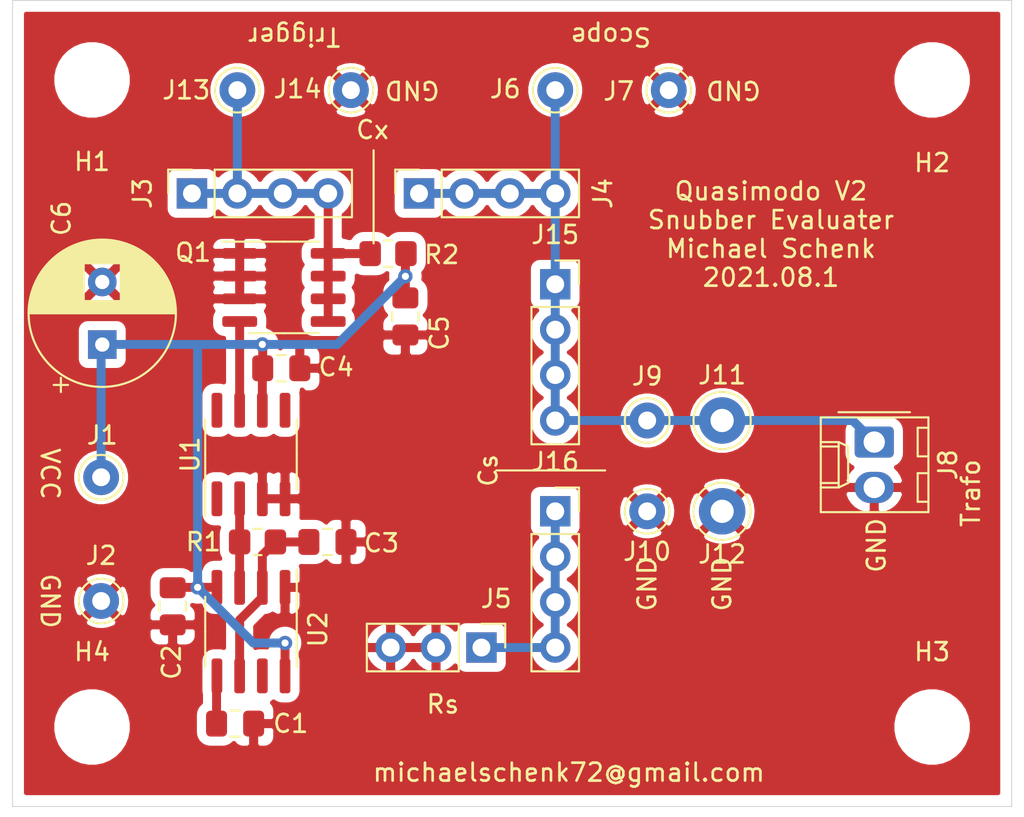
<source format=kicad_pcb>
(kicad_pcb (version 20171130) (host pcbnew "(5.1.10-0-10_14)")

  (general
    (thickness 1.6)
    (drawings 21)
    (tracks 63)
    (zones 0)
    (modules 31)
    (nets 10)
  )

  (page A4)
  (layers
    (0 F.Cu signal)
    (31 B.Cu signal)
    (32 B.Adhes user)
    (33 F.Adhes user)
    (34 B.Paste user)
    (35 F.Paste user)
    (36 B.SilkS user)
    (37 F.SilkS user)
    (38 B.Mask user)
    (39 F.Mask user)
    (40 Dwgs.User user)
    (41 Cmts.User user)
    (42 Eco1.User user)
    (43 Eco2.User user)
    (44 Edge.Cuts user)
    (45 Margin user)
    (46 B.CrtYd user)
    (47 F.CrtYd user)
    (48 B.Fab user)
    (49 F.Fab user)
  )

  (setup
    (last_trace_width 0.5)
    (user_trace_width 0.5)
    (trace_clearance 0.2)
    (zone_clearance 0.508)
    (zone_45_only no)
    (trace_min 0.2)
    (via_size 0.8)
    (via_drill 0.4)
    (via_min_size 0.4)
    (via_min_drill 0.3)
    (uvia_size 0.3)
    (uvia_drill 0.1)
    (uvias_allowed no)
    (uvia_min_size 0.2)
    (uvia_min_drill 0.1)
    (edge_width 0.05)
    (segment_width 0.2)
    (pcb_text_width 0.3)
    (pcb_text_size 1.5 1.5)
    (mod_edge_width 0.12)
    (mod_text_size 1 1)
    (mod_text_width 0.15)
    (pad_size 1.524 1.524)
    (pad_drill 0.762)
    (pad_to_mask_clearance 0)
    (aux_axis_origin 0 0)
    (visible_elements FFFFFF7F)
    (pcbplotparams
      (layerselection 0x010f0_ffffffff)
      (usegerberextensions false)
      (usegerberattributes false)
      (usegerberadvancedattributes false)
      (creategerberjobfile false)
      (excludeedgelayer true)
      (linewidth 0.100000)
      (plotframeref false)
      (viasonmask false)
      (mode 1)
      (useauxorigin false)
      (hpglpennumber 1)
      (hpglpenspeed 20)
      (hpglpendiameter 15.000000)
      (psnegative false)
      (psa4output false)
      (plotreference true)
      (plotvalue false)
      (plotinvisibletext false)
      (padsonsilk true)
      (subtractmaskfromsilk false)
      (outputformat 1)
      (mirror false)
      (drillshape 0)
      (scaleselection 1)
      (outputdirectory "gerber"))
  )

  (net 0 "")
  (net 1 GND)
  (net 2 "Net-(C1-Pad1)")
  (net 3 VCC)
  (net 4 "Net-(C3-Pad1)")
  (net 5 "Net-(J11-Pad1)")
  (net 6 "Net-(Q1-Pad4)")
  (net 7 "Net-(R1-Pad1)")
  (net 8 "Net-(J13-Pad1)")
  (net 9 "Net-(J16-Pad1)")

  (net_class Default "This is the default net class."
    (clearance 0.2)
    (trace_width 0.25)
    (via_dia 0.8)
    (via_drill 0.4)
    (uvia_dia 0.3)
    (uvia_drill 0.1)
    (add_net GND)
    (add_net "Net-(C1-Pad1)")
    (add_net "Net-(C3-Pad1)")
    (add_net "Net-(J11-Pad1)")
    (add_net "Net-(J13-Pad1)")
    (add_net "Net-(J16-Pad1)")
    (add_net "Net-(Q1-Pad4)")
    (add_net "Net-(R1-Pad1)")
    (add_net VCC)
  )

  (module Capacitor_THT:CP_Radial_D8.0mm_P3.50mm (layer F.Cu) (tedit 5AE50EF0) (tstamp 610711F5)
    (at 119.3165 97.353 90)
    (descr "CP, Radial series, Radial, pin pitch=3.50mm, , diameter=8mm, Electrolytic Capacitor")
    (tags "CP Radial series Radial pin pitch 3.50mm  diameter 8mm Electrolytic Capacitor")
    (path /610CB6B5)
    (fp_text reference C6 (at 7.056 -2.286 90) (layer F.SilkS)
      (effects (font (size 1 1) (thickness 0.15)))
    )
    (fp_text value 220uF (at 1.75 5.25 90) (layer F.Fab)
      (effects (font (size 1 1) (thickness 0.15)))
    )
    (fp_text user %R (at 1.75 0 90) (layer F.Fab)
      (effects (font (size 1 1) (thickness 0.15)))
    )
    (fp_circle (center 1.75 0) (end 5.75 0) (layer F.Fab) (width 0.1))
    (fp_circle (center 1.75 0) (end 5.87 0) (layer F.SilkS) (width 0.12))
    (fp_circle (center 1.75 0) (end 6 0) (layer F.CrtYd) (width 0.05))
    (fp_line (start -1.676759 -1.7475) (end -0.876759 -1.7475) (layer F.Fab) (width 0.1))
    (fp_line (start -1.276759 -2.1475) (end -1.276759 -1.3475) (layer F.Fab) (width 0.1))
    (fp_line (start 1.75 -4.08) (end 1.75 4.08) (layer F.SilkS) (width 0.12))
    (fp_line (start 1.79 -4.08) (end 1.79 4.08) (layer F.SilkS) (width 0.12))
    (fp_line (start 1.83 -4.08) (end 1.83 4.08) (layer F.SilkS) (width 0.12))
    (fp_line (start 1.87 -4.079) (end 1.87 4.079) (layer F.SilkS) (width 0.12))
    (fp_line (start 1.91 -4.077) (end 1.91 4.077) (layer F.SilkS) (width 0.12))
    (fp_line (start 1.95 -4.076) (end 1.95 4.076) (layer F.SilkS) (width 0.12))
    (fp_line (start 1.99 -4.074) (end 1.99 4.074) (layer F.SilkS) (width 0.12))
    (fp_line (start 2.03 -4.071) (end 2.03 4.071) (layer F.SilkS) (width 0.12))
    (fp_line (start 2.07 -4.068) (end 2.07 4.068) (layer F.SilkS) (width 0.12))
    (fp_line (start 2.11 -4.065) (end 2.11 4.065) (layer F.SilkS) (width 0.12))
    (fp_line (start 2.15 -4.061) (end 2.15 4.061) (layer F.SilkS) (width 0.12))
    (fp_line (start 2.19 -4.057) (end 2.19 4.057) (layer F.SilkS) (width 0.12))
    (fp_line (start 2.23 -4.052) (end 2.23 4.052) (layer F.SilkS) (width 0.12))
    (fp_line (start 2.27 -4.048) (end 2.27 4.048) (layer F.SilkS) (width 0.12))
    (fp_line (start 2.31 -4.042) (end 2.31 4.042) (layer F.SilkS) (width 0.12))
    (fp_line (start 2.35 -4.037) (end 2.35 4.037) (layer F.SilkS) (width 0.12))
    (fp_line (start 2.39 -4.03) (end 2.39 4.03) (layer F.SilkS) (width 0.12))
    (fp_line (start 2.43 -4.024) (end 2.43 4.024) (layer F.SilkS) (width 0.12))
    (fp_line (start 2.471 -4.017) (end 2.471 -1.04) (layer F.SilkS) (width 0.12))
    (fp_line (start 2.471 1.04) (end 2.471 4.017) (layer F.SilkS) (width 0.12))
    (fp_line (start 2.511 -4.01) (end 2.511 -1.04) (layer F.SilkS) (width 0.12))
    (fp_line (start 2.511 1.04) (end 2.511 4.01) (layer F.SilkS) (width 0.12))
    (fp_line (start 2.551 -4.002) (end 2.551 -1.04) (layer F.SilkS) (width 0.12))
    (fp_line (start 2.551 1.04) (end 2.551 4.002) (layer F.SilkS) (width 0.12))
    (fp_line (start 2.591 -3.994) (end 2.591 -1.04) (layer F.SilkS) (width 0.12))
    (fp_line (start 2.591 1.04) (end 2.591 3.994) (layer F.SilkS) (width 0.12))
    (fp_line (start 2.631 -3.985) (end 2.631 -1.04) (layer F.SilkS) (width 0.12))
    (fp_line (start 2.631 1.04) (end 2.631 3.985) (layer F.SilkS) (width 0.12))
    (fp_line (start 2.671 -3.976) (end 2.671 -1.04) (layer F.SilkS) (width 0.12))
    (fp_line (start 2.671 1.04) (end 2.671 3.976) (layer F.SilkS) (width 0.12))
    (fp_line (start 2.711 -3.967) (end 2.711 -1.04) (layer F.SilkS) (width 0.12))
    (fp_line (start 2.711 1.04) (end 2.711 3.967) (layer F.SilkS) (width 0.12))
    (fp_line (start 2.751 -3.957) (end 2.751 -1.04) (layer F.SilkS) (width 0.12))
    (fp_line (start 2.751 1.04) (end 2.751 3.957) (layer F.SilkS) (width 0.12))
    (fp_line (start 2.791 -3.947) (end 2.791 -1.04) (layer F.SilkS) (width 0.12))
    (fp_line (start 2.791 1.04) (end 2.791 3.947) (layer F.SilkS) (width 0.12))
    (fp_line (start 2.831 -3.936) (end 2.831 -1.04) (layer F.SilkS) (width 0.12))
    (fp_line (start 2.831 1.04) (end 2.831 3.936) (layer F.SilkS) (width 0.12))
    (fp_line (start 2.871 -3.925) (end 2.871 -1.04) (layer F.SilkS) (width 0.12))
    (fp_line (start 2.871 1.04) (end 2.871 3.925) (layer F.SilkS) (width 0.12))
    (fp_line (start 2.911 -3.914) (end 2.911 -1.04) (layer F.SilkS) (width 0.12))
    (fp_line (start 2.911 1.04) (end 2.911 3.914) (layer F.SilkS) (width 0.12))
    (fp_line (start 2.951 -3.902) (end 2.951 -1.04) (layer F.SilkS) (width 0.12))
    (fp_line (start 2.951 1.04) (end 2.951 3.902) (layer F.SilkS) (width 0.12))
    (fp_line (start 2.991 -3.889) (end 2.991 -1.04) (layer F.SilkS) (width 0.12))
    (fp_line (start 2.991 1.04) (end 2.991 3.889) (layer F.SilkS) (width 0.12))
    (fp_line (start 3.031 -3.877) (end 3.031 -1.04) (layer F.SilkS) (width 0.12))
    (fp_line (start 3.031 1.04) (end 3.031 3.877) (layer F.SilkS) (width 0.12))
    (fp_line (start 3.071 -3.863) (end 3.071 -1.04) (layer F.SilkS) (width 0.12))
    (fp_line (start 3.071 1.04) (end 3.071 3.863) (layer F.SilkS) (width 0.12))
    (fp_line (start 3.111 -3.85) (end 3.111 -1.04) (layer F.SilkS) (width 0.12))
    (fp_line (start 3.111 1.04) (end 3.111 3.85) (layer F.SilkS) (width 0.12))
    (fp_line (start 3.151 -3.835) (end 3.151 -1.04) (layer F.SilkS) (width 0.12))
    (fp_line (start 3.151 1.04) (end 3.151 3.835) (layer F.SilkS) (width 0.12))
    (fp_line (start 3.191 -3.821) (end 3.191 -1.04) (layer F.SilkS) (width 0.12))
    (fp_line (start 3.191 1.04) (end 3.191 3.821) (layer F.SilkS) (width 0.12))
    (fp_line (start 3.231 -3.805) (end 3.231 -1.04) (layer F.SilkS) (width 0.12))
    (fp_line (start 3.231 1.04) (end 3.231 3.805) (layer F.SilkS) (width 0.12))
    (fp_line (start 3.271 -3.79) (end 3.271 -1.04) (layer F.SilkS) (width 0.12))
    (fp_line (start 3.271 1.04) (end 3.271 3.79) (layer F.SilkS) (width 0.12))
    (fp_line (start 3.311 -3.774) (end 3.311 -1.04) (layer F.SilkS) (width 0.12))
    (fp_line (start 3.311 1.04) (end 3.311 3.774) (layer F.SilkS) (width 0.12))
    (fp_line (start 3.351 -3.757) (end 3.351 -1.04) (layer F.SilkS) (width 0.12))
    (fp_line (start 3.351 1.04) (end 3.351 3.757) (layer F.SilkS) (width 0.12))
    (fp_line (start 3.391 -3.74) (end 3.391 -1.04) (layer F.SilkS) (width 0.12))
    (fp_line (start 3.391 1.04) (end 3.391 3.74) (layer F.SilkS) (width 0.12))
    (fp_line (start 3.431 -3.722) (end 3.431 -1.04) (layer F.SilkS) (width 0.12))
    (fp_line (start 3.431 1.04) (end 3.431 3.722) (layer F.SilkS) (width 0.12))
    (fp_line (start 3.471 -3.704) (end 3.471 -1.04) (layer F.SilkS) (width 0.12))
    (fp_line (start 3.471 1.04) (end 3.471 3.704) (layer F.SilkS) (width 0.12))
    (fp_line (start 3.511 -3.686) (end 3.511 -1.04) (layer F.SilkS) (width 0.12))
    (fp_line (start 3.511 1.04) (end 3.511 3.686) (layer F.SilkS) (width 0.12))
    (fp_line (start 3.551 -3.666) (end 3.551 -1.04) (layer F.SilkS) (width 0.12))
    (fp_line (start 3.551 1.04) (end 3.551 3.666) (layer F.SilkS) (width 0.12))
    (fp_line (start 3.591 -3.647) (end 3.591 -1.04) (layer F.SilkS) (width 0.12))
    (fp_line (start 3.591 1.04) (end 3.591 3.647) (layer F.SilkS) (width 0.12))
    (fp_line (start 3.631 -3.627) (end 3.631 -1.04) (layer F.SilkS) (width 0.12))
    (fp_line (start 3.631 1.04) (end 3.631 3.627) (layer F.SilkS) (width 0.12))
    (fp_line (start 3.671 -3.606) (end 3.671 -1.04) (layer F.SilkS) (width 0.12))
    (fp_line (start 3.671 1.04) (end 3.671 3.606) (layer F.SilkS) (width 0.12))
    (fp_line (start 3.711 -3.584) (end 3.711 -1.04) (layer F.SilkS) (width 0.12))
    (fp_line (start 3.711 1.04) (end 3.711 3.584) (layer F.SilkS) (width 0.12))
    (fp_line (start 3.751 -3.562) (end 3.751 -1.04) (layer F.SilkS) (width 0.12))
    (fp_line (start 3.751 1.04) (end 3.751 3.562) (layer F.SilkS) (width 0.12))
    (fp_line (start 3.791 -3.54) (end 3.791 -1.04) (layer F.SilkS) (width 0.12))
    (fp_line (start 3.791 1.04) (end 3.791 3.54) (layer F.SilkS) (width 0.12))
    (fp_line (start 3.831 -3.517) (end 3.831 -1.04) (layer F.SilkS) (width 0.12))
    (fp_line (start 3.831 1.04) (end 3.831 3.517) (layer F.SilkS) (width 0.12))
    (fp_line (start 3.871 -3.493) (end 3.871 -1.04) (layer F.SilkS) (width 0.12))
    (fp_line (start 3.871 1.04) (end 3.871 3.493) (layer F.SilkS) (width 0.12))
    (fp_line (start 3.911 -3.469) (end 3.911 -1.04) (layer F.SilkS) (width 0.12))
    (fp_line (start 3.911 1.04) (end 3.911 3.469) (layer F.SilkS) (width 0.12))
    (fp_line (start 3.951 -3.444) (end 3.951 -1.04) (layer F.SilkS) (width 0.12))
    (fp_line (start 3.951 1.04) (end 3.951 3.444) (layer F.SilkS) (width 0.12))
    (fp_line (start 3.991 -3.418) (end 3.991 -1.04) (layer F.SilkS) (width 0.12))
    (fp_line (start 3.991 1.04) (end 3.991 3.418) (layer F.SilkS) (width 0.12))
    (fp_line (start 4.031 -3.392) (end 4.031 -1.04) (layer F.SilkS) (width 0.12))
    (fp_line (start 4.031 1.04) (end 4.031 3.392) (layer F.SilkS) (width 0.12))
    (fp_line (start 4.071 -3.365) (end 4.071 -1.04) (layer F.SilkS) (width 0.12))
    (fp_line (start 4.071 1.04) (end 4.071 3.365) (layer F.SilkS) (width 0.12))
    (fp_line (start 4.111 -3.338) (end 4.111 -1.04) (layer F.SilkS) (width 0.12))
    (fp_line (start 4.111 1.04) (end 4.111 3.338) (layer F.SilkS) (width 0.12))
    (fp_line (start 4.151 -3.309) (end 4.151 -1.04) (layer F.SilkS) (width 0.12))
    (fp_line (start 4.151 1.04) (end 4.151 3.309) (layer F.SilkS) (width 0.12))
    (fp_line (start 4.191 -3.28) (end 4.191 -1.04) (layer F.SilkS) (width 0.12))
    (fp_line (start 4.191 1.04) (end 4.191 3.28) (layer F.SilkS) (width 0.12))
    (fp_line (start 4.231 -3.25) (end 4.231 -1.04) (layer F.SilkS) (width 0.12))
    (fp_line (start 4.231 1.04) (end 4.231 3.25) (layer F.SilkS) (width 0.12))
    (fp_line (start 4.271 -3.22) (end 4.271 -1.04) (layer F.SilkS) (width 0.12))
    (fp_line (start 4.271 1.04) (end 4.271 3.22) (layer F.SilkS) (width 0.12))
    (fp_line (start 4.311 -3.189) (end 4.311 -1.04) (layer F.SilkS) (width 0.12))
    (fp_line (start 4.311 1.04) (end 4.311 3.189) (layer F.SilkS) (width 0.12))
    (fp_line (start 4.351 -3.156) (end 4.351 -1.04) (layer F.SilkS) (width 0.12))
    (fp_line (start 4.351 1.04) (end 4.351 3.156) (layer F.SilkS) (width 0.12))
    (fp_line (start 4.391 -3.124) (end 4.391 -1.04) (layer F.SilkS) (width 0.12))
    (fp_line (start 4.391 1.04) (end 4.391 3.124) (layer F.SilkS) (width 0.12))
    (fp_line (start 4.431 -3.09) (end 4.431 -1.04) (layer F.SilkS) (width 0.12))
    (fp_line (start 4.431 1.04) (end 4.431 3.09) (layer F.SilkS) (width 0.12))
    (fp_line (start 4.471 -3.055) (end 4.471 -1.04) (layer F.SilkS) (width 0.12))
    (fp_line (start 4.471 1.04) (end 4.471 3.055) (layer F.SilkS) (width 0.12))
    (fp_line (start 4.511 -3.019) (end 4.511 -1.04) (layer F.SilkS) (width 0.12))
    (fp_line (start 4.511 1.04) (end 4.511 3.019) (layer F.SilkS) (width 0.12))
    (fp_line (start 4.551 -2.983) (end 4.551 2.983) (layer F.SilkS) (width 0.12))
    (fp_line (start 4.591 -2.945) (end 4.591 2.945) (layer F.SilkS) (width 0.12))
    (fp_line (start 4.631 -2.907) (end 4.631 2.907) (layer F.SilkS) (width 0.12))
    (fp_line (start 4.671 -2.867) (end 4.671 2.867) (layer F.SilkS) (width 0.12))
    (fp_line (start 4.711 -2.826) (end 4.711 2.826) (layer F.SilkS) (width 0.12))
    (fp_line (start 4.751 -2.784) (end 4.751 2.784) (layer F.SilkS) (width 0.12))
    (fp_line (start 4.791 -2.741) (end 4.791 2.741) (layer F.SilkS) (width 0.12))
    (fp_line (start 4.831 -2.697) (end 4.831 2.697) (layer F.SilkS) (width 0.12))
    (fp_line (start 4.871 -2.651) (end 4.871 2.651) (layer F.SilkS) (width 0.12))
    (fp_line (start 4.911 -2.604) (end 4.911 2.604) (layer F.SilkS) (width 0.12))
    (fp_line (start 4.951 -2.556) (end 4.951 2.556) (layer F.SilkS) (width 0.12))
    (fp_line (start 4.991 -2.505) (end 4.991 2.505) (layer F.SilkS) (width 0.12))
    (fp_line (start 5.031 -2.454) (end 5.031 2.454) (layer F.SilkS) (width 0.12))
    (fp_line (start 5.071 -2.4) (end 5.071 2.4) (layer F.SilkS) (width 0.12))
    (fp_line (start 5.111 -2.345) (end 5.111 2.345) (layer F.SilkS) (width 0.12))
    (fp_line (start 5.151 -2.287) (end 5.151 2.287) (layer F.SilkS) (width 0.12))
    (fp_line (start 5.191 -2.228) (end 5.191 2.228) (layer F.SilkS) (width 0.12))
    (fp_line (start 5.231 -2.166) (end 5.231 2.166) (layer F.SilkS) (width 0.12))
    (fp_line (start 5.271 -2.102) (end 5.271 2.102) (layer F.SilkS) (width 0.12))
    (fp_line (start 5.311 -2.034) (end 5.311 2.034) (layer F.SilkS) (width 0.12))
    (fp_line (start 5.351 -1.964) (end 5.351 1.964) (layer F.SilkS) (width 0.12))
    (fp_line (start 5.391 -1.89) (end 5.391 1.89) (layer F.SilkS) (width 0.12))
    (fp_line (start 5.431 -1.813) (end 5.431 1.813) (layer F.SilkS) (width 0.12))
    (fp_line (start 5.471 -1.731) (end 5.471 1.731) (layer F.SilkS) (width 0.12))
    (fp_line (start 5.511 -1.645) (end 5.511 1.645) (layer F.SilkS) (width 0.12))
    (fp_line (start 5.551 -1.552) (end 5.551 1.552) (layer F.SilkS) (width 0.12))
    (fp_line (start 5.591 -1.453) (end 5.591 1.453) (layer F.SilkS) (width 0.12))
    (fp_line (start 5.631 -1.346) (end 5.631 1.346) (layer F.SilkS) (width 0.12))
    (fp_line (start 5.671 -1.229) (end 5.671 1.229) (layer F.SilkS) (width 0.12))
    (fp_line (start 5.711 -1.098) (end 5.711 1.098) (layer F.SilkS) (width 0.12))
    (fp_line (start 5.751 -0.948) (end 5.751 0.948) (layer F.SilkS) (width 0.12))
    (fp_line (start 5.791 -0.768) (end 5.791 0.768) (layer F.SilkS) (width 0.12))
    (fp_line (start 5.831 -0.533) (end 5.831 0.533) (layer F.SilkS) (width 0.12))
    (fp_line (start -2.659698 -2.315) (end -1.859698 -2.315) (layer F.SilkS) (width 0.12))
    (fp_line (start -2.259698 -2.715) (end -2.259698 -1.915) (layer F.SilkS) (width 0.12))
    (pad 2 thru_hole circle (at 3.5 0 90) (size 1.6 1.6) (drill 0.8) (layers *.Cu *.Mask)
      (net 1 GND))
    (pad 1 thru_hole rect (at 0 0 90) (size 1.6 1.6) (drill 0.8) (layers *.Cu *.Mask)
      (net 3 VCC))
    (model ${KISYS3DMOD}/Capacitor_THT.3dshapes/CP_Radial_D8.0mm_P3.50mm.wrl
      (at (xyz 0 0 0))
      (scale (xyz 1 1 1))
      (rotate (xyz 0 0 0))
    )
  )

  (module Connector_PinSocket_2.54mm:PinSocket_1x04_P2.54mm_Vertical (layer F.Cu) (tedit 5A19A429) (tstamp 6106F857)
    (at 144.653 106.68)
    (descr "Through hole straight socket strip, 1x04, 2.54mm pitch, single row (from Kicad 4.0.7), script generated")
    (tags "Through hole socket strip THT 1x04 2.54mm single row")
    (path /610C353E)
    (fp_text reference J16 (at 0 -2.77) (layer F.SilkS)
      (effects (font (size 1 1) (thickness 0.15)))
    )
    (fp_text value Conn_01x04 (at 0 10.39) (layer F.Fab)
      (effects (font (size 1 1) (thickness 0.15)))
    )
    (fp_line (start -1.8 9.4) (end -1.8 -1.8) (layer F.CrtYd) (width 0.05))
    (fp_line (start 1.75 9.4) (end -1.8 9.4) (layer F.CrtYd) (width 0.05))
    (fp_line (start 1.75 -1.8) (end 1.75 9.4) (layer F.CrtYd) (width 0.05))
    (fp_line (start -1.8 -1.8) (end 1.75 -1.8) (layer F.CrtYd) (width 0.05))
    (fp_line (start 0 -1.33) (end 1.33 -1.33) (layer F.SilkS) (width 0.12))
    (fp_line (start 1.33 -1.33) (end 1.33 0) (layer F.SilkS) (width 0.12))
    (fp_line (start 1.33 1.27) (end 1.33 8.95) (layer F.SilkS) (width 0.12))
    (fp_line (start -1.33 8.95) (end 1.33 8.95) (layer F.SilkS) (width 0.12))
    (fp_line (start -1.33 1.27) (end -1.33 8.95) (layer F.SilkS) (width 0.12))
    (fp_line (start -1.33 1.27) (end 1.33 1.27) (layer F.SilkS) (width 0.12))
    (fp_line (start -1.27 8.89) (end -1.27 -1.27) (layer F.Fab) (width 0.1))
    (fp_line (start 1.27 8.89) (end -1.27 8.89) (layer F.Fab) (width 0.1))
    (fp_line (start 1.27 -0.635) (end 1.27 8.89) (layer F.Fab) (width 0.1))
    (fp_line (start 0.635 -1.27) (end 1.27 -0.635) (layer F.Fab) (width 0.1))
    (fp_line (start -1.27 -1.27) (end 0.635 -1.27) (layer F.Fab) (width 0.1))
    (fp_text user %R (at 0 3.81 90) (layer F.Fab)
      (effects (font (size 1 1) (thickness 0.15)))
    )
    (pad 4 thru_hole oval (at 0 7.62) (size 1.7 1.7) (drill 1) (layers *.Cu *.Mask)
      (net 9 "Net-(J16-Pad1)"))
    (pad 3 thru_hole oval (at 0 5.08) (size 1.7 1.7) (drill 1) (layers *.Cu *.Mask)
      (net 9 "Net-(J16-Pad1)"))
    (pad 2 thru_hole oval (at 0 2.54) (size 1.7 1.7) (drill 1) (layers *.Cu *.Mask)
      (net 9 "Net-(J16-Pad1)"))
    (pad 1 thru_hole rect (at 0 0) (size 1.7 1.7) (drill 1) (layers *.Cu *.Mask)
      (net 9 "Net-(J16-Pad1)"))
    (model ${KISYS3DMOD}/Connector_PinSocket_2.54mm.3dshapes/PinSocket_1x04_P2.54mm_Vertical.wrl
      (at (xyz 0 0 0))
      (scale (xyz 1 1 1))
      (rotate (xyz 0 0 0))
    )
  )

  (module Connector_PinSocket_2.54mm:PinSocket_1x04_P2.54mm_Vertical (layer F.Cu) (tedit 5A19A429) (tstamp 6106F83F)
    (at 144.653 93.98)
    (descr "Through hole straight socket strip, 1x04, 2.54mm pitch, single row (from Kicad 4.0.7), script generated")
    (tags "Through hole socket strip THT 1x04 2.54mm single row")
    (path /610C22BD)
    (fp_text reference J15 (at 0 -2.77) (layer F.SilkS)
      (effects (font (size 1 1) (thickness 0.15)))
    )
    (fp_text value Conn_01x04 (at 0 10.39) (layer F.Fab)
      (effects (font (size 1 1) (thickness 0.15)))
    )
    (fp_line (start -1.8 9.4) (end -1.8 -1.8) (layer F.CrtYd) (width 0.05))
    (fp_line (start 1.75 9.4) (end -1.8 9.4) (layer F.CrtYd) (width 0.05))
    (fp_line (start 1.75 -1.8) (end 1.75 9.4) (layer F.CrtYd) (width 0.05))
    (fp_line (start -1.8 -1.8) (end 1.75 -1.8) (layer F.CrtYd) (width 0.05))
    (fp_line (start 0 -1.33) (end 1.33 -1.33) (layer F.SilkS) (width 0.12))
    (fp_line (start 1.33 -1.33) (end 1.33 0) (layer F.SilkS) (width 0.12))
    (fp_line (start 1.33 1.27) (end 1.33 8.95) (layer F.SilkS) (width 0.12))
    (fp_line (start -1.33 8.95) (end 1.33 8.95) (layer F.SilkS) (width 0.12))
    (fp_line (start -1.33 1.27) (end -1.33 8.95) (layer F.SilkS) (width 0.12))
    (fp_line (start -1.33 1.27) (end 1.33 1.27) (layer F.SilkS) (width 0.12))
    (fp_line (start -1.27 8.89) (end -1.27 -1.27) (layer F.Fab) (width 0.1))
    (fp_line (start 1.27 8.89) (end -1.27 8.89) (layer F.Fab) (width 0.1))
    (fp_line (start 1.27 -0.635) (end 1.27 8.89) (layer F.Fab) (width 0.1))
    (fp_line (start 0.635 -1.27) (end 1.27 -0.635) (layer F.Fab) (width 0.1))
    (fp_line (start -1.27 -1.27) (end 0.635 -1.27) (layer F.Fab) (width 0.1))
    (fp_text user %R (at 0 3.81 90) (layer F.Fab)
      (effects (font (size 1 1) (thickness 0.15)))
    )
    (pad 4 thru_hole oval (at 0 7.62) (size 1.7 1.7) (drill 1) (layers *.Cu *.Mask)
      (net 5 "Net-(J11-Pad1)"))
    (pad 3 thru_hole oval (at 0 5.08) (size 1.7 1.7) (drill 1) (layers *.Cu *.Mask)
      (net 5 "Net-(J11-Pad1)"))
    (pad 2 thru_hole oval (at 0 2.54) (size 1.7 1.7) (drill 1) (layers *.Cu *.Mask)
      (net 5 "Net-(J11-Pad1)"))
    (pad 1 thru_hole rect (at 0 0) (size 1.7 1.7) (drill 1) (layers *.Cu *.Mask)
      (net 5 "Net-(J11-Pad1)"))
    (model ${KISYS3DMOD}/Connector_PinSocket_2.54mm.3dshapes/PinSocket_1x04_P2.54mm_Vertical.wrl
      (at (xyz 0 0 0))
      (scale (xyz 1 1 1))
      (rotate (xyz 0 0 0))
    )
  )

  (module Connector_PinSocket_2.54mm:PinSocket_1x04_P2.54mm_Vertical (layer F.Cu) (tedit 5A19A429) (tstamp 6106F725)
    (at 137.033 88.9 90)
    (descr "Through hole straight socket strip, 1x04, 2.54mm pitch, single row (from Kicad 4.0.7), script generated")
    (tags "Through hole socket strip THT 1x04 2.54mm single row")
    (path /61086E87)
    (fp_text reference J4 (at 0 10.287 90) (layer F.SilkS)
      (effects (font (size 1 1) (thickness 0.15)))
    )
    (fp_text value Conn_01x04 (at 0 10.39 90) (layer F.Fab)
      (effects (font (size 1 1) (thickness 0.15)))
    )
    (fp_line (start -1.8 9.4) (end -1.8 -1.8) (layer F.CrtYd) (width 0.05))
    (fp_line (start 1.75 9.4) (end -1.8 9.4) (layer F.CrtYd) (width 0.05))
    (fp_line (start 1.75 -1.8) (end 1.75 9.4) (layer F.CrtYd) (width 0.05))
    (fp_line (start -1.8 -1.8) (end 1.75 -1.8) (layer F.CrtYd) (width 0.05))
    (fp_line (start 0 -1.33) (end 1.33 -1.33) (layer F.SilkS) (width 0.12))
    (fp_line (start 1.33 -1.33) (end 1.33 0) (layer F.SilkS) (width 0.12))
    (fp_line (start 1.33 1.27) (end 1.33 8.95) (layer F.SilkS) (width 0.12))
    (fp_line (start -1.33 8.95) (end 1.33 8.95) (layer F.SilkS) (width 0.12))
    (fp_line (start -1.33 1.27) (end -1.33 8.95) (layer F.SilkS) (width 0.12))
    (fp_line (start -1.33 1.27) (end 1.33 1.27) (layer F.SilkS) (width 0.12))
    (fp_line (start -1.27 8.89) (end -1.27 -1.27) (layer F.Fab) (width 0.1))
    (fp_line (start 1.27 8.89) (end -1.27 8.89) (layer F.Fab) (width 0.1))
    (fp_line (start 1.27 -0.635) (end 1.27 8.89) (layer F.Fab) (width 0.1))
    (fp_line (start 0.635 -1.27) (end 1.27 -0.635) (layer F.Fab) (width 0.1))
    (fp_line (start -1.27 -1.27) (end 0.635 -1.27) (layer F.Fab) (width 0.1))
    (fp_text user %R (at 0 3.81) (layer F.Fab)
      (effects (font (size 1 1) (thickness 0.15)))
    )
    (pad 4 thru_hole oval (at 0 7.62 90) (size 1.7 1.7) (drill 1) (layers *.Cu *.Mask)
      (net 5 "Net-(J11-Pad1)"))
    (pad 3 thru_hole oval (at 0 5.08 90) (size 1.7 1.7) (drill 1) (layers *.Cu *.Mask)
      (net 5 "Net-(J11-Pad1)"))
    (pad 2 thru_hole oval (at 0 2.54 90) (size 1.7 1.7) (drill 1) (layers *.Cu *.Mask)
      (net 5 "Net-(J11-Pad1)"))
    (pad 1 thru_hole rect (at 0 0 90) (size 1.7 1.7) (drill 1) (layers *.Cu *.Mask)
      (net 5 "Net-(J11-Pad1)"))
    (model ${KISYS3DMOD}/Connector_PinSocket_2.54mm.3dshapes/PinSocket_1x04_P2.54mm_Vertical.wrl
      (at (xyz 0 0 0))
      (scale (xyz 1 1 1))
      (rotate (xyz 0 0 0))
    )
  )

  (module Connector_PinSocket_2.54mm:PinSocket_1x04_P2.54mm_Vertical (layer F.Cu) (tedit 5A19A429) (tstamp 6106F70D)
    (at 124.333 88.9 90)
    (descr "Through hole straight socket strip, 1x04, 2.54mm pitch, single row (from Kicad 4.0.7), script generated")
    (tags "Through hole socket strip THT 1x04 2.54mm single row")
    (path /6108568F)
    (fp_text reference J3 (at 0 -2.77 90) (layer F.SilkS)
      (effects (font (size 1 1) (thickness 0.15)))
    )
    (fp_text value Conn_01x04 (at 0 10.39 90) (layer F.Fab)
      (effects (font (size 1 1) (thickness 0.15)))
    )
    (fp_line (start -1.8 9.4) (end -1.8 -1.8) (layer F.CrtYd) (width 0.05))
    (fp_line (start 1.75 9.4) (end -1.8 9.4) (layer F.CrtYd) (width 0.05))
    (fp_line (start 1.75 -1.8) (end 1.75 9.4) (layer F.CrtYd) (width 0.05))
    (fp_line (start -1.8 -1.8) (end 1.75 -1.8) (layer F.CrtYd) (width 0.05))
    (fp_line (start 0 -1.33) (end 1.33 -1.33) (layer F.SilkS) (width 0.12))
    (fp_line (start 1.33 -1.33) (end 1.33 0) (layer F.SilkS) (width 0.12))
    (fp_line (start 1.33 1.27) (end 1.33 8.95) (layer F.SilkS) (width 0.12))
    (fp_line (start -1.33 8.95) (end 1.33 8.95) (layer F.SilkS) (width 0.12))
    (fp_line (start -1.33 1.27) (end -1.33 8.95) (layer F.SilkS) (width 0.12))
    (fp_line (start -1.33 1.27) (end 1.33 1.27) (layer F.SilkS) (width 0.12))
    (fp_line (start -1.27 8.89) (end -1.27 -1.27) (layer F.Fab) (width 0.1))
    (fp_line (start 1.27 8.89) (end -1.27 8.89) (layer F.Fab) (width 0.1))
    (fp_line (start 1.27 -0.635) (end 1.27 8.89) (layer F.Fab) (width 0.1))
    (fp_line (start 0.635 -1.27) (end 1.27 -0.635) (layer F.Fab) (width 0.1))
    (fp_line (start -1.27 -1.27) (end 0.635 -1.27) (layer F.Fab) (width 0.1))
    (fp_text user %R (at 0 3.81) (layer F.Fab)
      (effects (font (size 1 1) (thickness 0.15)))
    )
    (pad 4 thru_hole oval (at 0 7.62 90) (size 1.7 1.7) (drill 1) (layers *.Cu *.Mask)
      (net 8 "Net-(J13-Pad1)"))
    (pad 3 thru_hole oval (at 0 5.08 90) (size 1.7 1.7) (drill 1) (layers *.Cu *.Mask)
      (net 8 "Net-(J13-Pad1)"))
    (pad 2 thru_hole oval (at 0 2.54 90) (size 1.7 1.7) (drill 1) (layers *.Cu *.Mask)
      (net 8 "Net-(J13-Pad1)"))
    (pad 1 thru_hole rect (at 0 0 90) (size 1.7 1.7) (drill 1) (layers *.Cu *.Mask)
      (net 8 "Net-(J13-Pad1)"))
    (model ${KISYS3DMOD}/Connector_PinSocket_2.54mm.3dshapes/PinSocket_1x04_P2.54mm_Vertical.wrl
      (at (xyz 0 0 0))
      (scale (xyz 1 1 1))
      (rotate (xyz 0 0 0))
    )
  )

  (module Connector_Pin:Pin_D1.0mm_L10.0mm (layer F.Cu) (tedit 5A1DC084) (tstamp 61071BE3)
    (at 133.223 83.1215)
    (descr "solder Pin_ diameter 1.0mm, hole diameter 1.0mm (press fit), length 10.0mm")
    (tags "solder Pin_ press fit")
    (path /6107C163)
    (fp_text reference J14 (at -2.9845 -0.0635) (layer F.SilkS)
      (effects (font (size 1 1) (thickness 0.15)))
    )
    (fp_text value Conn_01x01 (at 0 -2.05) (layer F.Fab)
      (effects (font (size 1 1) (thickness 0.15)))
    )
    (fp_circle (center 0 0) (end 1.5 0) (layer F.CrtYd) (width 0.05))
    (fp_circle (center 0 0) (end 0.5 0) (layer F.Fab) (width 0.12))
    (fp_circle (center 0 0) (end 1 0) (layer F.Fab) (width 0.12))
    (fp_circle (center 0 0) (end 1.25 0.05) (layer F.SilkS) (width 0.12))
    (fp_text user %R (at 0 2.25) (layer F.Fab)
      (effects (font (size 1 1) (thickness 0.15)))
    )
    (pad 1 thru_hole circle (at 0 0) (size 2 2) (drill 1) (layers *.Cu *.Mask)
      (net 1 GND))
    (model ${KISYS3DMOD}/Connector_Pin.3dshapes/Pin_D1.0mm_L10.0mm.wrl
      (at (xyz 0 0 0))
      (scale (xyz 1 1 1))
      (rotate (xyz 0 0 0))
    )
  )

  (module Connector_Pin:Pin_D1.0mm_L10.0mm (layer F.Cu) (tedit 5A1DC084) (tstamp 6106CA7E)
    (at 126.873 83.1215)
    (descr "solder Pin_ diameter 1.0mm, hole diameter 1.0mm (press fit), length 10.0mm")
    (tags "solder Pin_ press fit")
    (path /6107C159)
    (fp_text reference J13 (at -2.8575 0) (layer F.SilkS)
      (effects (font (size 1 1) (thickness 0.15)))
    )
    (fp_text value Trigger (at 0 -2.05) (layer F.Fab)
      (effects (font (size 1 1) (thickness 0.15)))
    )
    (fp_circle (center 0 0) (end 1.5 0) (layer F.CrtYd) (width 0.05))
    (fp_circle (center 0 0) (end 0.5 0) (layer F.Fab) (width 0.12))
    (fp_circle (center 0 0) (end 1 0) (layer F.Fab) (width 0.12))
    (fp_circle (center 0 0) (end 1.25 0.05) (layer F.SilkS) (width 0.12))
    (fp_text user %R (at 0 2.25) (layer F.Fab)
      (effects (font (size 1 1) (thickness 0.15)))
    )
    (pad 1 thru_hole circle (at 0 0) (size 2 2) (drill 1) (layers *.Cu *.Mask)
      (net 8 "Net-(J13-Pad1)"))
    (model ${KISYS3DMOD}/Connector_Pin.3dshapes/Pin_D1.0mm_L10.0mm.wrl
      (at (xyz 0 0 0))
      (scale (xyz 1 1 1))
      (rotate (xyz 0 0 0))
    )
  )

  (module Package_SO:SOIC-8_3.9x4.9mm_P1.27mm (layer F.Cu) (tedit 5D9F72B1) (tstamp 6103113D)
    (at 127.635 113.4095 270)
    (descr "SOIC, 8 Pin (JEDEC MS-012AA, https://www.analog.com/media/en/package-pcb-resources/package/pkg_pdf/soic_narrow-r/r_8.pdf), generated with kicad-footprint-generator ipc_gullwing_generator.py")
    (tags "SOIC SO")
    (path /612FE8A1)
    (attr smd)
    (fp_text reference U2 (at -0.1255 -3.7465 90) (layer F.SilkS)
      (effects (font (size 1 1) (thickness 0.15)))
    )
    (fp_text value TLC555xD (at 0 3.4 90) (layer F.Fab)
      (effects (font (size 1 1) (thickness 0.15)))
    )
    (fp_line (start 3.7 -2.7) (end -3.7 -2.7) (layer F.CrtYd) (width 0.05))
    (fp_line (start 3.7 2.7) (end 3.7 -2.7) (layer F.CrtYd) (width 0.05))
    (fp_line (start -3.7 2.7) (end 3.7 2.7) (layer F.CrtYd) (width 0.05))
    (fp_line (start -3.7 -2.7) (end -3.7 2.7) (layer F.CrtYd) (width 0.05))
    (fp_line (start -1.95 -1.475) (end -0.975 -2.45) (layer F.Fab) (width 0.1))
    (fp_line (start -1.95 2.45) (end -1.95 -1.475) (layer F.Fab) (width 0.1))
    (fp_line (start 1.95 2.45) (end -1.95 2.45) (layer F.Fab) (width 0.1))
    (fp_line (start 1.95 -2.45) (end 1.95 2.45) (layer F.Fab) (width 0.1))
    (fp_line (start -0.975 -2.45) (end 1.95 -2.45) (layer F.Fab) (width 0.1))
    (fp_line (start 0 -2.56) (end -3.45 -2.56) (layer F.SilkS) (width 0.12))
    (fp_line (start 0 -2.56) (end 1.95 -2.56) (layer F.SilkS) (width 0.12))
    (fp_line (start 0 2.56) (end -1.95 2.56) (layer F.SilkS) (width 0.12))
    (fp_line (start 0 2.56) (end 1.95 2.56) (layer F.SilkS) (width 0.12))
    (fp_text user %R (at 0 0 90) (layer F.Fab)
      (effects (font (size 0.98 0.98) (thickness 0.15)))
    )
    (pad 8 smd roundrect (at 2.475 -1.905 270) (size 1.95 0.6) (layers F.Cu F.Paste F.Mask) (roundrect_rratio 0.25)
      (net 3 VCC))
    (pad 7 smd roundrect (at 2.475 -0.635 270) (size 1.95 0.6) (layers F.Cu F.Paste F.Mask) (roundrect_rratio 0.25))
    (pad 6 smd roundrect (at 2.475 0.635 270) (size 1.95 0.6) (layers F.Cu F.Paste F.Mask) (roundrect_rratio 0.25)
      (net 4 "Net-(C3-Pad1)"))
    (pad 5 smd roundrect (at 2.475 1.905 270) (size 1.95 0.6) (layers F.Cu F.Paste F.Mask) (roundrect_rratio 0.25)
      (net 2 "Net-(C1-Pad1)"))
    (pad 4 smd roundrect (at -2.475 1.905 270) (size 1.95 0.6) (layers F.Cu F.Paste F.Mask) (roundrect_rratio 0.25)
      (net 3 VCC))
    (pad 3 smd roundrect (at -2.475 0.635 270) (size 1.95 0.6) (layers F.Cu F.Paste F.Mask) (roundrect_rratio 0.25)
      (net 7 "Net-(R1-Pad1)"))
    (pad 2 smd roundrect (at -2.475 -0.635 270) (size 1.95 0.6) (layers F.Cu F.Paste F.Mask) (roundrect_rratio 0.25)
      (net 4 "Net-(C3-Pad1)"))
    (pad 1 smd roundrect (at -2.475 -1.905 270) (size 1.95 0.6) (layers F.Cu F.Paste F.Mask) (roundrect_rratio 0.25)
      (net 1 GND))
    (model ${KISYS3DMOD}/Package_SO.3dshapes/SOIC-8_3.9x4.9mm_P1.27mm.wrl
      (at (xyz 0 0 0))
      (scale (xyz 1 1 1))
      (rotate (xyz 0 0 0))
    )
  )

  (module Package_SO:SOIC-8_3.9x4.9mm_P1.27mm (layer F.Cu) (tedit 5D9F72B1) (tstamp 61031123)
    (at 127.635 103.5035 90)
    (descr "SOIC, 8 Pin (JEDEC MS-012AA, https://www.analog.com/media/en/package-pcb-resources/package/pkg_pdf/soic_narrow-r/r_8.pdf), generated with kicad-footprint-generator ipc_gullwing_generator.py")
    (tags "SOIC SO")
    (path /612FC640)
    (attr smd)
    (fp_text reference U1 (at 0 -3.4 90) (layer F.SilkS)
      (effects (font (size 1 1) (thickness 0.15)))
    )
    (fp_text value MIC4427 (at 0 3.4 90) (layer F.Fab)
      (effects (font (size 1 1) (thickness 0.15)))
    )
    (fp_line (start 3.7 -2.7) (end -3.7 -2.7) (layer F.CrtYd) (width 0.05))
    (fp_line (start 3.7 2.7) (end 3.7 -2.7) (layer F.CrtYd) (width 0.05))
    (fp_line (start -3.7 2.7) (end 3.7 2.7) (layer F.CrtYd) (width 0.05))
    (fp_line (start -3.7 -2.7) (end -3.7 2.7) (layer F.CrtYd) (width 0.05))
    (fp_line (start -1.95 -1.475) (end -0.975 -2.45) (layer F.Fab) (width 0.1))
    (fp_line (start -1.95 2.45) (end -1.95 -1.475) (layer F.Fab) (width 0.1))
    (fp_line (start 1.95 2.45) (end -1.95 2.45) (layer F.Fab) (width 0.1))
    (fp_line (start 1.95 -2.45) (end 1.95 2.45) (layer F.Fab) (width 0.1))
    (fp_line (start -0.975 -2.45) (end 1.95 -2.45) (layer F.Fab) (width 0.1))
    (fp_line (start 0 -2.56) (end -3.45 -2.56) (layer F.SilkS) (width 0.12))
    (fp_line (start 0 -2.56) (end 1.95 -2.56) (layer F.SilkS) (width 0.12))
    (fp_line (start 0 2.56) (end -1.95 2.56) (layer F.SilkS) (width 0.12))
    (fp_line (start 0 2.56) (end 1.95 2.56) (layer F.SilkS) (width 0.12))
    (fp_text user %R (at 0 0 90) (layer F.Fab)
      (effects (font (size 0.98 0.98) (thickness 0.15)))
    )
    (pad 8 smd roundrect (at 2.475 -1.905 90) (size 1.95 0.6) (layers F.Cu F.Paste F.Mask) (roundrect_rratio 0.25))
    (pad 7 smd roundrect (at 2.475 -0.635 90) (size 1.95 0.6) (layers F.Cu F.Paste F.Mask) (roundrect_rratio 0.25)
      (net 6 "Net-(Q1-Pad4)"))
    (pad 6 smd roundrect (at 2.475 0.635 90) (size 1.95 0.6) (layers F.Cu F.Paste F.Mask) (roundrect_rratio 0.25)
      (net 3 VCC))
    (pad 5 smd roundrect (at 2.475 1.905 90) (size 1.95 0.6) (layers F.Cu F.Paste F.Mask) (roundrect_rratio 0.25))
    (pad 4 smd roundrect (at -2.475 1.905 90) (size 1.95 0.6) (layers F.Cu F.Paste F.Mask) (roundrect_rratio 0.25)
      (net 1 GND))
    (pad 3 smd roundrect (at -2.475 0.635 90) (size 1.95 0.6) (layers F.Cu F.Paste F.Mask) (roundrect_rratio 0.25)
      (net 1 GND))
    (pad 2 smd roundrect (at -2.475 -0.635 90) (size 1.95 0.6) (layers F.Cu F.Paste F.Mask) (roundrect_rratio 0.25)
      (net 7 "Net-(R1-Pad1)"))
    (pad 1 smd roundrect (at -2.475 -1.905 90) (size 1.95 0.6) (layers F.Cu F.Paste F.Mask) (roundrect_rratio 0.25))
    (model ${KISYS3DMOD}/Package_SO.3dshapes/SOIC-8_3.9x4.9mm_P1.27mm.wrl
      (at (xyz 0 0 0))
      (scale (xyz 1 1 1))
      (rotate (xyz 0 0 0))
    )
  )

  (module Resistor_SMD:R_0805_2012Metric_Pad1.20x1.40mm_HandSolder (layer F.Cu) (tedit 5F68FEEE) (tstamp 610339CB)
    (at 135.3025 92.2655 180)
    (descr "Resistor SMD 0805 (2012 Metric), square (rectangular) end terminal, IPC_7351 nominal with elongated pad for handsoldering. (Body size source: IPC-SM-782 page 72, https://www.pcb-3d.com/wordpress/wp-content/uploads/ipc-sm-782a_amendment_1_and_2.pdf), generated with kicad-footprint-generator")
    (tags "resistor handsolder")
    (path /612FFCF4)
    (attr smd)
    (fp_text reference R2 (at -3.0005 -0.0635) (layer F.SilkS)
      (effects (font (size 1 1) (thickness 0.15)))
    )
    (fp_text value 4k7 (at 0 1.65) (layer F.Fab)
      (effects (font (size 1 1) (thickness 0.15)))
    )
    (fp_line (start 1.85 0.95) (end -1.85 0.95) (layer F.CrtYd) (width 0.05))
    (fp_line (start 1.85 -0.95) (end 1.85 0.95) (layer F.CrtYd) (width 0.05))
    (fp_line (start -1.85 -0.95) (end 1.85 -0.95) (layer F.CrtYd) (width 0.05))
    (fp_line (start -1.85 0.95) (end -1.85 -0.95) (layer F.CrtYd) (width 0.05))
    (fp_line (start -0.227064 0.735) (end 0.227064 0.735) (layer F.SilkS) (width 0.12))
    (fp_line (start -0.227064 -0.735) (end 0.227064 -0.735) (layer F.SilkS) (width 0.12))
    (fp_line (start 1 0.625) (end -1 0.625) (layer F.Fab) (width 0.1))
    (fp_line (start 1 -0.625) (end 1 0.625) (layer F.Fab) (width 0.1))
    (fp_line (start -1 -0.625) (end 1 -0.625) (layer F.Fab) (width 0.1))
    (fp_line (start -1 0.625) (end -1 -0.625) (layer F.Fab) (width 0.1))
    (fp_text user %R (at 0 0) (layer F.Fab)
      (effects (font (size 0.5 0.5) (thickness 0.08)))
    )
    (pad 2 smd roundrect (at 1 0 180) (size 1.2 1.4) (layers F.Cu F.Paste F.Mask) (roundrect_rratio 0.2083325)
      (net 8 "Net-(J13-Pad1)"))
    (pad 1 smd roundrect (at -1 0 180) (size 1.2 1.4) (layers F.Cu F.Paste F.Mask) (roundrect_rratio 0.2083325)
      (net 3 VCC))
    (model ${KISYS3DMOD}/Resistor_SMD.3dshapes/R_0805_2012Metric.wrl
      (at (xyz 0 0 0))
      (scale (xyz 1 1 1))
      (rotate (xyz 0 0 0))
    )
  )

  (module Resistor_SMD:R_0805_2012Metric_Pad1.20x1.40mm_HandSolder (layer F.Cu) (tedit 5F68FEEE) (tstamp 610310F8)
    (at 128 108.3945)
    (descr "Resistor SMD 0805 (2012 Metric), square (rectangular) end terminal, IPC_7351 nominal with elongated pad for handsoldering. (Body size source: IPC-SM-782 page 72, https://www.pcb-3d.com/wordpress/wp-content/uploads/ipc-sm-782a_amendment_1_and_2.pdf), generated with kicad-footprint-generator")
    (tags "resistor handsolder")
    (path /61300182)
    (attr smd)
    (fp_text reference R1 (at -3.032 0) (layer F.SilkS)
      (effects (font (size 1 1) (thickness 0.15)))
    )
    (fp_text value 39k (at 0 1.65) (layer F.Fab)
      (effects (font (size 1 1) (thickness 0.15)))
    )
    (fp_line (start 1.85 0.95) (end -1.85 0.95) (layer F.CrtYd) (width 0.05))
    (fp_line (start 1.85 -0.95) (end 1.85 0.95) (layer F.CrtYd) (width 0.05))
    (fp_line (start -1.85 -0.95) (end 1.85 -0.95) (layer F.CrtYd) (width 0.05))
    (fp_line (start -1.85 0.95) (end -1.85 -0.95) (layer F.CrtYd) (width 0.05))
    (fp_line (start -0.227064 0.735) (end 0.227064 0.735) (layer F.SilkS) (width 0.12))
    (fp_line (start -0.227064 -0.735) (end 0.227064 -0.735) (layer F.SilkS) (width 0.12))
    (fp_line (start 1 0.625) (end -1 0.625) (layer F.Fab) (width 0.1))
    (fp_line (start 1 -0.625) (end 1 0.625) (layer F.Fab) (width 0.1))
    (fp_line (start -1 -0.625) (end 1 -0.625) (layer F.Fab) (width 0.1))
    (fp_line (start -1 0.625) (end -1 -0.625) (layer F.Fab) (width 0.1))
    (fp_text user %R (at 0 0) (layer F.Fab)
      (effects (font (size 0.5 0.5) (thickness 0.08)))
    )
    (pad 2 smd roundrect (at 1 0) (size 1.2 1.4) (layers F.Cu F.Paste F.Mask) (roundrect_rratio 0.2083325)
      (net 4 "Net-(C3-Pad1)"))
    (pad 1 smd roundrect (at -1 0) (size 1.2 1.4) (layers F.Cu F.Paste F.Mask) (roundrect_rratio 0.2083325)
      (net 7 "Net-(R1-Pad1)"))
    (model ${KISYS3DMOD}/Resistor_SMD.3dshapes/R_0805_2012Metric.wrl
      (at (xyz 0 0 0))
      (scale (xyz 1 1 1))
      (rotate (xyz 0 0 0))
    )
  )

  (module Package_SO:SOIC-8_3.9x4.9mm_P1.27mm (layer F.Cu) (tedit 5D9F72B1) (tstamp 610310E7)
    (at 129.478 94.1578)
    (descr "SOIC, 8 Pin (JEDEC MS-012AA, https://www.analog.com/media/en/package-pcb-resources/package/pkg_pdf/soic_narrow-r/r_8.pdf), generated with kicad-footprint-generator ipc_gullwing_generator.py")
    (tags "SOIC SO")
    (path /612FCFAC)
    (attr smd)
    (fp_text reference Q1 (at -5.0815 -1.9558) (layer F.SilkS)
      (effects (font (size 1 1) (thickness 0.15)))
    )
    (fp_text value IRF8721PBF-1 (at 0 3.4) (layer F.Fab)
      (effects (font (size 1 1) (thickness 0.15)))
    )
    (fp_line (start 3.7 -2.7) (end -3.7 -2.7) (layer F.CrtYd) (width 0.05))
    (fp_line (start 3.7 2.7) (end 3.7 -2.7) (layer F.CrtYd) (width 0.05))
    (fp_line (start -3.7 2.7) (end 3.7 2.7) (layer F.CrtYd) (width 0.05))
    (fp_line (start -3.7 -2.7) (end -3.7 2.7) (layer F.CrtYd) (width 0.05))
    (fp_line (start -1.95 -1.475) (end -0.975 -2.45) (layer F.Fab) (width 0.1))
    (fp_line (start -1.95 2.45) (end -1.95 -1.475) (layer F.Fab) (width 0.1))
    (fp_line (start 1.95 2.45) (end -1.95 2.45) (layer F.Fab) (width 0.1))
    (fp_line (start 1.95 -2.45) (end 1.95 2.45) (layer F.Fab) (width 0.1))
    (fp_line (start -0.975 -2.45) (end 1.95 -2.45) (layer F.Fab) (width 0.1))
    (fp_line (start 0 -2.56) (end -3.45 -2.56) (layer F.SilkS) (width 0.12))
    (fp_line (start 0 -2.56) (end 1.95 -2.56) (layer F.SilkS) (width 0.12))
    (fp_line (start 0 2.56) (end -1.95 2.56) (layer F.SilkS) (width 0.12))
    (fp_line (start 0 2.56) (end 1.95 2.56) (layer F.SilkS) (width 0.12))
    (fp_text user %R (at 0 0) (layer F.Fab)
      (effects (font (size 0.98 0.98) (thickness 0.15)))
    )
    (pad 8 smd roundrect (at 2.475 -1.905) (size 1.95 0.6) (layers F.Cu F.Paste F.Mask) (roundrect_rratio 0.25)
      (net 8 "Net-(J13-Pad1)"))
    (pad 7 smd roundrect (at 2.475 -0.635) (size 1.95 0.6) (layers F.Cu F.Paste F.Mask) (roundrect_rratio 0.25)
      (net 8 "Net-(J13-Pad1)"))
    (pad 6 smd roundrect (at 2.475 0.635) (size 1.95 0.6) (layers F.Cu F.Paste F.Mask) (roundrect_rratio 0.25)
      (net 8 "Net-(J13-Pad1)"))
    (pad 5 smd roundrect (at 2.475 1.905) (size 1.95 0.6) (layers F.Cu F.Paste F.Mask) (roundrect_rratio 0.25)
      (net 8 "Net-(J13-Pad1)"))
    (pad 4 smd roundrect (at -2.475 1.905) (size 1.95 0.6) (layers F.Cu F.Paste F.Mask) (roundrect_rratio 0.25)
      (net 6 "Net-(Q1-Pad4)"))
    (pad 3 smd roundrect (at -2.475 0.635) (size 1.95 0.6) (layers F.Cu F.Paste F.Mask) (roundrect_rratio 0.25)
      (net 1 GND))
    (pad 2 smd roundrect (at -2.475 -0.635) (size 1.95 0.6) (layers F.Cu F.Paste F.Mask) (roundrect_rratio 0.25)
      (net 1 GND))
    (pad 1 smd roundrect (at -2.475 -1.905) (size 1.95 0.6) (layers F.Cu F.Paste F.Mask) (roundrect_rratio 0.25)
      (net 1 GND))
    (model ${KISYS3DMOD}/Package_SO.3dshapes/SOIC-8_3.9x4.9mm_P1.27mm.wrl
      (at (xyz 0 0 0))
      (scale (xyz 1 1 1))
      (rotate (xyz 0 0 0))
    )
  )

  (module Connector_Pin:Pin_D1.3mm_L11.0mm (layer F.Cu) (tedit 5A1DC085) (tstamp 610310CD)
    (at 153.9875 106.68)
    (descr "solder Pin_ diameter 1.3mm, hole diameter 1.3mm, length 11.0mm")
    (tags "solder Pin_ pressfit")
    (path /6131E1D3)
    (fp_text reference J12 (at 0 2.4) (layer F.SilkS)
      (effects (font (size 1 1) (thickness 0.15)))
    )
    (fp_text value Conn_01x01 (at 0 -2.05) (layer F.Fab)
      (effects (font (size 1 1) (thickness 0.15)))
    )
    (fp_circle (center 0 0) (end 1.6 0.05) (layer F.SilkS) (width 0.12))
    (fp_circle (center 0 0) (end 1.25 -0.05) (layer F.Fab) (width 0.12))
    (fp_circle (center 0 0) (end 0.65 -0.05) (layer F.Fab) (width 0.12))
    (fp_circle (center 0 0) (end 1.8 0) (layer F.CrtYd) (width 0.05))
    (fp_text user %R (at 0 2.4) (layer F.Fab)
      (effects (font (size 1 1) (thickness 0.15)))
    )
    (pad 1 thru_hole circle (at 0 0) (size 2.6 2.6) (drill 1.3) (layers *.Cu *.Mask)
      (net 1 GND))
    (model ${KISYS3DMOD}/Connector_Pin.3dshapes/Pin_D1.3mm_L11.0mm.wrl
      (at (xyz 0 0 0))
      (scale (xyz 1 1 1))
      (rotate (xyz 0 0 0))
    )
  )

  (module Connector_Pin:Pin_D1.3mm_L11.0mm (layer F.Cu) (tedit 5A1DC085) (tstamp 610310C3)
    (at 153.9875 101.6)
    (descr "solder Pin_ diameter 1.3mm, hole diameter 1.3mm, length 11.0mm")
    (tags "solder Pin_ pressfit")
    (path /6131E1C9)
    (fp_text reference J11 (at 0 -2.54) (layer F.SilkS)
      (effects (font (size 1 1) (thickness 0.15)))
    )
    (fp_text value Conn_01x01 (at 0 -2.05) (layer F.Fab)
      (effects (font (size 1 1) (thickness 0.15)))
    )
    (fp_circle (center 0 0) (end 1.6 0.05) (layer F.SilkS) (width 0.12))
    (fp_circle (center 0 0) (end 1.25 -0.05) (layer F.Fab) (width 0.12))
    (fp_circle (center 0 0) (end 0.65 -0.05) (layer F.Fab) (width 0.12))
    (fp_circle (center 0 0) (end 1.8 0) (layer F.CrtYd) (width 0.05))
    (fp_text user %R (at 0 2.4) (layer F.Fab)
      (effects (font (size 1 1) (thickness 0.15)))
    )
    (pad 1 thru_hole circle (at 0 0) (size 2.6 2.6) (drill 1.3) (layers *.Cu *.Mask)
      (net 5 "Net-(J11-Pad1)"))
    (model ${KISYS3DMOD}/Connector_Pin.3dshapes/Pin_D1.3mm_L11.0mm.wrl
      (at (xyz 0 0 0))
      (scale (xyz 1 1 1))
      (rotate (xyz 0 0 0))
    )
  )

  (module Connector_Pin:Pin_D1.0mm_L10.0mm (layer F.Cu) (tedit 5A1DC084) (tstamp 610348C9)
    (at 149.7965 106.68)
    (descr "solder Pin_ diameter 1.0mm, hole diameter 1.0mm (press fit), length 10.0mm")
    (tags "solder Pin_ press fit")
    (path /6131C632)
    (fp_text reference J10 (at 0 2.25) (layer F.SilkS)
      (effects (font (size 1 1) (thickness 0.15)))
    )
    (fp_text value Conn_01x01 (at 0 -2.05) (layer F.Fab)
      (effects (font (size 1 1) (thickness 0.15)))
    )
    (fp_circle (center 0 0) (end 1.25 0.05) (layer F.SilkS) (width 0.12))
    (fp_circle (center 0 0) (end 1 0) (layer F.Fab) (width 0.12))
    (fp_circle (center 0 0) (end 0.5 0) (layer F.Fab) (width 0.12))
    (fp_circle (center 0 0) (end 1.5 0) (layer F.CrtYd) (width 0.05))
    (fp_text user %R (at 0 2.25) (layer F.Fab)
      (effects (font (size 1 1) (thickness 0.15)))
    )
    (pad 1 thru_hole circle (at 0 0) (size 2 2) (drill 1) (layers *.Cu *.Mask)
      (net 1 GND))
    (model ${KISYS3DMOD}/Connector_Pin.3dshapes/Pin_D1.0mm_L10.0mm.wrl
      (at (xyz 0 0 0))
      (scale (xyz 1 1 1))
      (rotate (xyz 0 0 0))
    )
  )

  (module Connector_Pin:Pin_D1.0mm_L10.0mm (layer F.Cu) (tedit 5A1DC084) (tstamp 610310AF)
    (at 149.7965 101.6)
    (descr "solder Pin_ diameter 1.0mm, hole diameter 1.0mm (press fit), length 10.0mm")
    (tags "solder Pin_ press fit")
    (path /6131C205)
    (fp_text reference J9 (at 0 -2.4765) (layer F.SilkS)
      (effects (font (size 1 1) (thickness 0.15)))
    )
    (fp_text value Conn_01x01 (at 0 -2.05) (layer F.Fab)
      (effects (font (size 1 1) (thickness 0.15)))
    )
    (fp_circle (center 0 0) (end 1.25 0.05) (layer F.SilkS) (width 0.12))
    (fp_circle (center 0 0) (end 1 0) (layer F.Fab) (width 0.12))
    (fp_circle (center 0 0) (end 0.5 0) (layer F.Fab) (width 0.12))
    (fp_circle (center 0 0) (end 1.5 0) (layer F.CrtYd) (width 0.05))
    (fp_text user %R (at 0 2.25) (layer F.Fab)
      (effects (font (size 1 1) (thickness 0.15)))
    )
    (pad 1 thru_hole circle (at 0 0) (size 2 2) (drill 1) (layers *.Cu *.Mask)
      (net 5 "Net-(J11-Pad1)"))
    (model ${KISYS3DMOD}/Connector_Pin.3dshapes/Pin_D1.0mm_L10.0mm.wrl
      (at (xyz 0 0 0))
      (scale (xyz 1 1 1))
      (rotate (xyz 0 0 0))
    )
  )

  (module Connector_Molex:Molex_KK-254_AE-6410-02A_1x02_P2.54mm_Vertical (layer F.Cu) (tedit 5EA53D3B) (tstamp 61032346)
    (at 162.4965 102.8065 270)
    (descr "Molex KK-254 Interconnect System, old/engineering part number: AE-6410-02A example for new part number: 22-27-2021, 2 Pins (http://www.molex.com/pdm_docs/sd/022272021_sd.pdf), generated with kicad-footprint-generator")
    (tags "connector Molex KK-254 vertical")
    (path /6130BA00)
    (fp_text reference J8 (at 1.27 -4.12 90) (layer F.SilkS)
      (effects (font (size 1 1) (thickness 0.15)))
    )
    (fp_text value Screw_Terminal_01x02 (at 1.27 4.08 90) (layer F.Fab)
      (effects (font (size 1 1) (thickness 0.15)))
    )
    (fp_line (start 4.31 -3.42) (end -1.77 -3.42) (layer F.CrtYd) (width 0.05))
    (fp_line (start 4.31 3.38) (end 4.31 -3.42) (layer F.CrtYd) (width 0.05))
    (fp_line (start -1.77 3.38) (end 4.31 3.38) (layer F.CrtYd) (width 0.05))
    (fp_line (start -1.77 -3.42) (end -1.77 3.38) (layer F.CrtYd) (width 0.05))
    (fp_line (start 3.34 -2.43) (end 3.34 -3.03) (layer F.SilkS) (width 0.12))
    (fp_line (start 1.74 -2.43) (end 3.34 -2.43) (layer F.SilkS) (width 0.12))
    (fp_line (start 1.74 -3.03) (end 1.74 -2.43) (layer F.SilkS) (width 0.12))
    (fp_line (start 0.8 -2.43) (end 0.8 -3.03) (layer F.SilkS) (width 0.12))
    (fp_line (start -0.8 -2.43) (end 0.8 -2.43) (layer F.SilkS) (width 0.12))
    (fp_line (start -0.8 -3.03) (end -0.8 -2.43) (layer F.SilkS) (width 0.12))
    (fp_line (start 2.29 2.99) (end 2.29 1.99) (layer F.SilkS) (width 0.12))
    (fp_line (start 0.25 2.99) (end 0.25 1.99) (layer F.SilkS) (width 0.12))
    (fp_line (start 2.29 1.46) (end 2.54 1.99) (layer F.SilkS) (width 0.12))
    (fp_line (start 0.25 1.46) (end 2.29 1.46) (layer F.SilkS) (width 0.12))
    (fp_line (start 0 1.99) (end 0.25 1.46) (layer F.SilkS) (width 0.12))
    (fp_line (start 2.54 1.99) (end 2.54 2.99) (layer F.SilkS) (width 0.12))
    (fp_line (start 0 1.99) (end 2.54 1.99) (layer F.SilkS) (width 0.12))
    (fp_line (start 0 2.99) (end 0 1.99) (layer F.SilkS) (width 0.12))
    (fp_line (start -0.562893 0) (end -1.27 0.5) (layer F.Fab) (width 0.1))
    (fp_line (start -1.27 -0.5) (end -0.562893 0) (layer F.Fab) (width 0.1))
    (fp_line (start -1.67 -2) (end -1.67 2) (layer F.SilkS) (width 0.12))
    (fp_line (start 3.92 -3.03) (end -1.38 -3.03) (layer F.SilkS) (width 0.12))
    (fp_line (start 3.92 2.99) (end 3.92 -3.03) (layer F.SilkS) (width 0.12))
    (fp_line (start -1.38 2.99) (end 3.92 2.99) (layer F.SilkS) (width 0.12))
    (fp_line (start -1.38 -3.03) (end -1.38 2.99) (layer F.SilkS) (width 0.12))
    (fp_line (start 3.81 -2.92) (end -1.27 -2.92) (layer F.Fab) (width 0.1))
    (fp_line (start 3.81 2.88) (end 3.81 -2.92) (layer F.Fab) (width 0.1))
    (fp_line (start -1.27 2.88) (end 3.81 2.88) (layer F.Fab) (width 0.1))
    (fp_line (start -1.27 -2.92) (end -1.27 2.88) (layer F.Fab) (width 0.1))
    (fp_text user %R (at 1.27 -2.22 90) (layer F.Fab)
      (effects (font (size 1 1) (thickness 0.15)))
    )
    (pad 2 thru_hole oval (at 2.54 0 270) (size 1.74 2.19) (drill 1.19) (layers *.Cu *.Mask)
      (net 1 GND))
    (pad 1 thru_hole roundrect (at 0 0 270) (size 1.74 2.19) (drill 1.19) (layers *.Cu *.Mask) (roundrect_rratio 0.1436775862068966)
      (net 5 "Net-(J11-Pad1)"))
    (model ${KISYS3DMOD}/Connector_Molex.3dshapes/Molex_KK-254_AE-6410-02A_1x02_P2.54mm_Vertical.wrl
      (at (xyz 0 0 0))
      (scale (xyz 1 1 1))
      (rotate (xyz 0 0 0))
    )
  )

  (module Connector_Pin:Pin_D1.0mm_L10.0mm (layer F.Cu) (tedit 5A1DC084) (tstamp 61031081)
    (at 151.003 83.1215)
    (descr "solder Pin_ diameter 1.0mm, hole diameter 1.0mm (press fit), length 10.0mm")
    (tags "solder Pin_ press fit")
    (path /61317646)
    (fp_text reference J7 (at -2.794 0.0635) (layer F.SilkS)
      (effects (font (size 1 1) (thickness 0.15)))
    )
    (fp_text value Conn_01x01 (at 0 -2.05) (layer F.Fab)
      (effects (font (size 1 1) (thickness 0.15)))
    )
    (fp_circle (center 0 0) (end 1.25 0.05) (layer F.SilkS) (width 0.12))
    (fp_circle (center 0 0) (end 1 0) (layer F.Fab) (width 0.12))
    (fp_circle (center 0 0) (end 0.5 0) (layer F.Fab) (width 0.12))
    (fp_circle (center 0 0) (end 1.5 0) (layer F.CrtYd) (width 0.05))
    (fp_text user %R (at 0 2.25) (layer F.Fab)
      (effects (font (size 1 1) (thickness 0.15)))
    )
    (pad 1 thru_hole circle (at 0 0) (size 2 2) (drill 1) (layers *.Cu *.Mask)
      (net 1 GND))
    (model ${KISYS3DMOD}/Connector_Pin.3dshapes/Pin_D1.0mm_L10.0mm.wrl
      (at (xyz 0 0 0))
      (scale (xyz 1 1 1))
      (rotate (xyz 0 0 0))
    )
  )

  (module Connector_Pin:Pin_D1.0mm_L10.0mm (layer F.Cu) (tedit 5A1DC084) (tstamp 61031077)
    (at 144.653 83.1215)
    (descr "solder Pin_ diameter 1.0mm, hole diameter 1.0mm (press fit), length 10.0mm")
    (tags "solder Pin_ press fit")
    (path /613171BB)
    (fp_text reference J6 (at -2.794 -0.0635) (layer F.SilkS)
      (effects (font (size 1 1) (thickness 0.15)))
    )
    (fp_text value Conn_01x01 (at 0 -2.05) (layer F.Fab)
      (effects (font (size 1 1) (thickness 0.15)))
    )
    (fp_circle (center 0 0) (end 1.25 0.05) (layer F.SilkS) (width 0.12))
    (fp_circle (center 0 0) (end 1 0) (layer F.Fab) (width 0.12))
    (fp_circle (center 0 0) (end 0.5 0) (layer F.Fab) (width 0.12))
    (fp_circle (center 0 0) (end 1.5 0) (layer F.CrtYd) (width 0.05))
    (fp_text user %R (at 0 2.25) (layer F.Fab)
      (effects (font (size 1 1) (thickness 0.15)))
    )
    (pad 1 thru_hole circle (at 0 0) (size 2 2) (drill 1) (layers *.Cu *.Mask)
      (net 5 "Net-(J11-Pad1)"))
    (model ${KISYS3DMOD}/Connector_Pin.3dshapes/Pin_D1.0mm_L10.0mm.wrl
      (at (xyz 0 0 0))
      (scale (xyz 1 1 1))
      (rotate (xyz 0 0 0))
    )
  )

  (module Connector_PinHeader_2.54mm:PinHeader_1x03_P2.54mm_Vertical (layer F.Cu) (tedit 59FED5CC) (tstamp 6103106D)
    (at 140.5255 114.3 270)
    (descr "Through hole straight pin header, 1x03, 2.54mm pitch, single row")
    (tags "Through hole pin header THT 1x03 2.54mm single row")
    (path /61305550)
    (fp_text reference J5 (at -2.7305 -0.8255 180) (layer F.SilkS)
      (effects (font (size 1 1) (thickness 0.15)))
    )
    (fp_text value Conn_01x03 (at 0 7.41 90) (layer F.Fab)
      (effects (font (size 1 1) (thickness 0.15)))
    )
    (fp_line (start 1.8 -1.8) (end -1.8 -1.8) (layer F.CrtYd) (width 0.05))
    (fp_line (start 1.8 6.85) (end 1.8 -1.8) (layer F.CrtYd) (width 0.05))
    (fp_line (start -1.8 6.85) (end 1.8 6.85) (layer F.CrtYd) (width 0.05))
    (fp_line (start -1.8 -1.8) (end -1.8 6.85) (layer F.CrtYd) (width 0.05))
    (fp_line (start -1.33 -1.33) (end 0 -1.33) (layer F.SilkS) (width 0.12))
    (fp_line (start -1.33 0) (end -1.33 -1.33) (layer F.SilkS) (width 0.12))
    (fp_line (start -1.33 1.27) (end 1.33 1.27) (layer F.SilkS) (width 0.12))
    (fp_line (start 1.33 1.27) (end 1.33 6.41) (layer F.SilkS) (width 0.12))
    (fp_line (start -1.33 1.27) (end -1.33 6.41) (layer F.SilkS) (width 0.12))
    (fp_line (start -1.33 6.41) (end 1.33 6.41) (layer F.SilkS) (width 0.12))
    (fp_line (start -1.27 -0.635) (end -0.635 -1.27) (layer F.Fab) (width 0.1))
    (fp_line (start -1.27 6.35) (end -1.27 -0.635) (layer F.Fab) (width 0.1))
    (fp_line (start 1.27 6.35) (end -1.27 6.35) (layer F.Fab) (width 0.1))
    (fp_line (start 1.27 -1.27) (end 1.27 6.35) (layer F.Fab) (width 0.1))
    (fp_line (start -0.635 -1.27) (end 1.27 -1.27) (layer F.Fab) (width 0.1))
    (fp_text user %R (at 0 2.54) (layer F.Fab)
      (effects (font (size 1 1) (thickness 0.15)))
    )
    (pad 3 thru_hole oval (at 0 5.08 270) (size 1.7 1.7) (drill 1) (layers *.Cu *.Mask)
      (net 1 GND))
    (pad 2 thru_hole oval (at 0 2.54 270) (size 1.7 1.7) (drill 1) (layers *.Cu *.Mask)
      (net 1 GND))
    (pad 1 thru_hole rect (at 0 0 270) (size 1.7 1.7) (drill 1) (layers *.Cu *.Mask)
      (net 9 "Net-(J16-Pad1)"))
    (model ${KISYS3DMOD}/Connector_PinHeader_2.54mm.3dshapes/PinHeader_1x03_P2.54mm_Vertical.wrl
      (at (xyz 0 0 0))
      (scale (xyz 1 1 1))
      (rotate (xyz 0 0 0))
    )
  )

  (module Connector_Pin:Pin_D1.0mm_L10.0mm (layer F.Cu) (tedit 5A1DC084) (tstamp 6103101A)
    (at 119.253 111.6965)
    (descr "solder Pin_ diameter 1.0mm, hole diameter 1.0mm (press fit), length 10.0mm")
    (tags "solder Pin_ press fit")
    (path /6105D00C)
    (fp_text reference J2 (at 0 -2.54) (layer F.SilkS)
      (effects (font (size 1 1) (thickness 0.15)))
    )
    (fp_text value Conn_01x01 (at 0 -2.05) (layer F.Fab)
      (effects (font (size 1 1) (thickness 0.15)))
    )
    (fp_circle (center 0 0) (end 1.25 0.05) (layer F.SilkS) (width 0.12))
    (fp_circle (center 0 0) (end 1 0) (layer F.Fab) (width 0.12))
    (fp_circle (center 0 0) (end 0.5 0) (layer F.Fab) (width 0.12))
    (fp_circle (center 0 0) (end 1.5 0) (layer F.CrtYd) (width 0.05))
    (fp_text user %R (at 0 2.25) (layer F.Fab)
      (effects (font (size 1 1) (thickness 0.15)))
    )
    (pad 1 thru_hole circle (at 0 0) (size 2 2) (drill 1) (layers *.Cu *.Mask)
      (net 1 GND))
    (model ${KISYS3DMOD}/Connector_Pin.3dshapes/Pin_D1.0mm_L10.0mm.wrl
      (at (xyz 0 0 0))
      (scale (xyz 1 1 1))
      (rotate (xyz 0 0 0))
    )
  )

  (module Connector_Pin:Pin_D1.0mm_L10.0mm (layer F.Cu) (tedit 5A1DC084) (tstamp 61031010)
    (at 119.253 104.775)
    (descr "solder Pin_ diameter 1.0mm, hole diameter 1.0mm (press fit), length 10.0mm")
    (tags "solder Pin_ press fit")
    (path /6105D012)
    (fp_text reference J1 (at 0.0635 -2.3495) (layer F.SilkS)
      (effects (font (size 1 1) (thickness 0.15)))
    )
    (fp_text value Conn_01x01 (at 0 -2.05) (layer F.Fab)
      (effects (font (size 1 1) (thickness 0.15)))
    )
    (fp_circle (center 0 0) (end 1.25 0.05) (layer F.SilkS) (width 0.12))
    (fp_circle (center 0 0) (end 1 0) (layer F.Fab) (width 0.12))
    (fp_circle (center 0 0) (end 0.5 0) (layer F.Fab) (width 0.12))
    (fp_circle (center 0 0) (end 1.5 0) (layer F.CrtYd) (width 0.05))
    (fp_text user %R (at 0 2.25) (layer F.Fab)
      (effects (font (size 1 1) (thickness 0.15)))
    )
    (pad 1 thru_hole circle (at 0 0) (size 2 2) (drill 1) (layers *.Cu *.Mask)
      (net 3 VCC))
    (model ${KISYS3DMOD}/Connector_Pin.3dshapes/Pin_D1.0mm_L10.0mm.wrl
      (at (xyz 0 0 0))
      (scale (xyz 1 1 1))
      (rotate (xyz 0 0 0))
    )
  )

  (module MountingHole:MountingHole_3.2mm_M3 (layer F.Cu) (tedit 56D1B4CB) (tstamp 61031006)
    (at 118.745 118.745)
    (descr "Mounting Hole 3.2mm, no annular, M3")
    (tags "mounting hole 3.2mm no annular m3")
    (path /6105D000)
    (attr virtual)
    (fp_text reference H4 (at 0 -4.2) (layer F.SilkS)
      (effects (font (size 1 1) (thickness 0.15)))
    )
    (fp_text value MountingHole (at 0 4.2) (layer F.Fab)
      (effects (font (size 1 1) (thickness 0.15)))
    )
    (fp_circle (center 0 0) (end 3.45 0) (layer F.CrtYd) (width 0.05))
    (fp_circle (center 0 0) (end 3.2 0) (layer Cmts.User) (width 0.15))
    (fp_text user %R (at 0.3 0) (layer F.Fab)
      (effects (font (size 1 1) (thickness 0.15)))
    )
    (pad 1 np_thru_hole circle (at 0 0) (size 3.2 3.2) (drill 3.2) (layers *.Cu *.Mask))
  )

  (module MountingHole:MountingHole_3.2mm_M3 (layer F.Cu) (tedit 56D1B4CB) (tstamp 61030FFE)
    (at 165.735 118.745)
    (descr "Mounting Hole 3.2mm, no annular, M3")
    (tags "mounting hole 3.2mm no annular m3")
    (path /6105CFF4)
    (attr virtual)
    (fp_text reference H3 (at 0 -4.2) (layer F.SilkS)
      (effects (font (size 1 1) (thickness 0.15)))
    )
    (fp_text value MountingHole (at 0 4.2) (layer F.Fab)
      (effects (font (size 1 1) (thickness 0.15)))
    )
    (fp_circle (center 0 0) (end 3.45 0) (layer F.CrtYd) (width 0.05))
    (fp_circle (center 0 0) (end 3.2 0) (layer Cmts.User) (width 0.15))
    (fp_text user %R (at 0.3 0) (layer F.Fab)
      (effects (font (size 1 1) (thickness 0.15)))
    )
    (pad 1 np_thru_hole circle (at 0 0) (size 3.2 3.2) (drill 3.2) (layers *.Cu *.Mask))
  )

  (module MountingHole:MountingHole_3.2mm_M3 (layer F.Cu) (tedit 56D1B4CB) (tstamp 61030FF6)
    (at 165.735 82.55)
    (descr "Mounting Hole 3.2mm, no annular, M3")
    (tags "mounting hole 3.2mm no annular m3")
    (path /6105CFFA)
    (attr virtual)
    (fp_text reference H2 (at 0 4.6355) (layer F.SilkS)
      (effects (font (size 1 1) (thickness 0.15)))
    )
    (fp_text value MountingHole (at 0 4.2) (layer F.Fab)
      (effects (font (size 1 1) (thickness 0.15)))
    )
    (fp_circle (center 0 0) (end 3.45 0) (layer F.CrtYd) (width 0.05))
    (fp_circle (center 0 0) (end 3.2 0) (layer Cmts.User) (width 0.15))
    (fp_text user %R (at 0.3 0) (layer F.Fab)
      (effects (font (size 1 1) (thickness 0.15)))
    )
    (pad 1 np_thru_hole circle (at 0 0) (size 3.2 3.2) (drill 3.2) (layers *.Cu *.Mask))
  )

  (module MountingHole:MountingHole_3.2mm_M3 (layer F.Cu) (tedit 56D1B4CB) (tstamp 61030FEE)
    (at 118.745 82.55)
    (descr "Mounting Hole 3.2mm, no annular, M3")
    (tags "mounting hole 3.2mm no annular m3")
    (path /6105CFEE)
    (attr virtual)
    (fp_text reference H1 (at 0 4.572) (layer F.SilkS)
      (effects (font (size 1 1) (thickness 0.15)))
    )
    (fp_text value MountingHole (at 0 4.2) (layer F.Fab)
      (effects (font (size 1 1) (thickness 0.15)))
    )
    (fp_circle (center 0 0) (end 3.45 0) (layer F.CrtYd) (width 0.05))
    (fp_circle (center 0 0) (end 3.2 0) (layer Cmts.User) (width 0.15))
    (fp_text user %R (at 0.3 0) (layer F.Fab)
      (effects (font (size 1 1) (thickness 0.15)))
    )
    (pad 1 np_thru_hole circle (at 0 0) (size 3.2 3.2) (drill 3.2) (layers *.Cu *.Mask))
  )

  (module Capacitor_SMD:C_0805_2012Metric_Pad1.18x1.45mm_HandSolder (layer F.Cu) (tedit 5F68FEEF) (tstamp 61030FE6)
    (at 136.271 95.7795 270)
    (descr "Capacitor SMD 0805 (2012 Metric), square (rectangular) end terminal, IPC_7351 nominal with elongated pad for handsoldering. (Body size source: IPC-SM-782 page 76, https://www.pcb-3d.com/wordpress/wp-content/uploads/ipc-sm-782a_amendment_1_and_2.pdf, https://docs.google.com/spreadsheets/d/1BsfQQcO9C6DZCsRaXUlFlo91Tg2WpOkGARC1WS5S8t0/edit?usp=sharing), generated with kicad-footprint-generator")
    (tags "capacitor handsolder")
    (path /6132CB5B)
    (attr smd)
    (fp_text reference C5 (at 0.931 -1.905 90) (layer F.SilkS)
      (effects (font (size 1 1) (thickness 0.15)))
    )
    (fp_text value 150nF (at 0 1.68 90) (layer F.Fab)
      (effects (font (size 1 1) (thickness 0.15)))
    )
    (fp_line (start 1.88 0.98) (end -1.88 0.98) (layer F.CrtYd) (width 0.05))
    (fp_line (start 1.88 -0.98) (end 1.88 0.98) (layer F.CrtYd) (width 0.05))
    (fp_line (start -1.88 -0.98) (end 1.88 -0.98) (layer F.CrtYd) (width 0.05))
    (fp_line (start -1.88 0.98) (end -1.88 -0.98) (layer F.CrtYd) (width 0.05))
    (fp_line (start -0.261252 0.735) (end 0.261252 0.735) (layer F.SilkS) (width 0.12))
    (fp_line (start -0.261252 -0.735) (end 0.261252 -0.735) (layer F.SilkS) (width 0.12))
    (fp_line (start 1 0.625) (end -1 0.625) (layer F.Fab) (width 0.1))
    (fp_line (start 1 -0.625) (end 1 0.625) (layer F.Fab) (width 0.1))
    (fp_line (start -1 -0.625) (end 1 -0.625) (layer F.Fab) (width 0.1))
    (fp_line (start -1 0.625) (end -1 -0.625) (layer F.Fab) (width 0.1))
    (fp_text user %R (at 0 0 90) (layer F.Fab)
      (effects (font (size 0.5 0.5) (thickness 0.08)))
    )
    (pad 2 smd roundrect (at 1.0375 0 270) (size 1.175 1.45) (layers F.Cu F.Paste F.Mask) (roundrect_rratio 0.2127659574468085)
      (net 1 GND))
    (pad 1 smd roundrect (at -1.0375 0 270) (size 1.175 1.45) (layers F.Cu F.Paste F.Mask) (roundrect_rratio 0.2127659574468085)
      (net 3 VCC))
    (model ${KISYS3DMOD}/Capacitor_SMD.3dshapes/C_0805_2012Metric.wrl
      (at (xyz 0 0 0))
      (scale (xyz 1 1 1))
      (rotate (xyz 0 0 0))
    )
  )

  (module Capacitor_SMD:C_0805_2012Metric_Pad1.18x1.45mm_HandSolder (layer F.Cu) (tedit 5F68FEEF) (tstamp 61030FD5)
    (at 129.328 98.679)
    (descr "Capacitor SMD 0805 (2012 Metric), square (rectangular) end terminal, IPC_7351 nominal with elongated pad for handsoldering. (Body size source: IPC-SM-782 page 76, https://www.pcb-3d.com/wordpress/wp-content/uploads/ipc-sm-782a_amendment_1_and_2.pdf, https://docs.google.com/spreadsheets/d/1BsfQQcO9C6DZCsRaXUlFlo91Tg2WpOkGARC1WS5S8t0/edit?usp=sharing), generated with kicad-footprint-generator")
    (tags "capacitor handsolder")
    (path /613254D1)
    (attr smd)
    (fp_text reference C4 (at 3.0695 -0.0635) (layer F.SilkS)
      (effects (font (size 1 1) (thickness 0.15)))
    )
    (fp_text value 150nF (at 0 1.68) (layer F.Fab)
      (effects (font (size 1 1) (thickness 0.15)))
    )
    (fp_line (start 1.88 0.98) (end -1.88 0.98) (layer F.CrtYd) (width 0.05))
    (fp_line (start 1.88 -0.98) (end 1.88 0.98) (layer F.CrtYd) (width 0.05))
    (fp_line (start -1.88 -0.98) (end 1.88 -0.98) (layer F.CrtYd) (width 0.05))
    (fp_line (start -1.88 0.98) (end -1.88 -0.98) (layer F.CrtYd) (width 0.05))
    (fp_line (start -0.261252 0.735) (end 0.261252 0.735) (layer F.SilkS) (width 0.12))
    (fp_line (start -0.261252 -0.735) (end 0.261252 -0.735) (layer F.SilkS) (width 0.12))
    (fp_line (start 1 0.625) (end -1 0.625) (layer F.Fab) (width 0.1))
    (fp_line (start 1 -0.625) (end 1 0.625) (layer F.Fab) (width 0.1))
    (fp_line (start -1 -0.625) (end 1 -0.625) (layer F.Fab) (width 0.1))
    (fp_line (start -1 0.625) (end -1 -0.625) (layer F.Fab) (width 0.1))
    (fp_text user %R (at 0 0) (layer F.Fab)
      (effects (font (size 0.5 0.5) (thickness 0.08)))
    )
    (pad 2 smd roundrect (at 1.0375 0) (size 1.175 1.45) (layers F.Cu F.Paste F.Mask) (roundrect_rratio 0.2127659574468085)
      (net 1 GND))
    (pad 1 smd roundrect (at -1.0375 0) (size 1.175 1.45) (layers F.Cu F.Paste F.Mask) (roundrect_rratio 0.2127659574468085)
      (net 3 VCC))
    (model ${KISYS3DMOD}/Capacitor_SMD.3dshapes/C_0805_2012Metric.wrl
      (at (xyz 0 0 0))
      (scale (xyz 1 1 1))
      (rotate (xyz 0 0 0))
    )
  )

  (module Capacitor_SMD:C_0805_2012Metric_Pad1.18x1.45mm_HandSolder (layer F.Cu) (tedit 5F68FEEF) (tstamp 61030FC4)
    (at 131.911 108.3945)
    (descr "Capacitor SMD 0805 (2012 Metric), square (rectangular) end terminal, IPC_7351 nominal with elongated pad for handsoldering. (Body size source: IPC-SM-782 page 76, https://www.pcb-3d.com/wordpress/wp-content/uploads/ipc-sm-782a_amendment_1_and_2.pdf, https://docs.google.com/spreadsheets/d/1BsfQQcO9C6DZCsRaXUlFlo91Tg2WpOkGARC1WS5S8t0/edit?usp=sharing), generated with kicad-footprint-generator")
    (tags "capacitor handsolder")
    (path /6135C5E9)
    (attr smd)
    (fp_text reference C3 (at 3.0265 0.0635) (layer F.SilkS)
      (effects (font (size 1 1) (thickness 0.15)))
    )
    (fp_text value 150nF (at 0 1.68) (layer F.Fab)
      (effects (font (size 1 1) (thickness 0.15)))
    )
    (fp_line (start 1.88 0.98) (end -1.88 0.98) (layer F.CrtYd) (width 0.05))
    (fp_line (start 1.88 -0.98) (end 1.88 0.98) (layer F.CrtYd) (width 0.05))
    (fp_line (start -1.88 -0.98) (end 1.88 -0.98) (layer F.CrtYd) (width 0.05))
    (fp_line (start -1.88 0.98) (end -1.88 -0.98) (layer F.CrtYd) (width 0.05))
    (fp_line (start -0.261252 0.735) (end 0.261252 0.735) (layer F.SilkS) (width 0.12))
    (fp_line (start -0.261252 -0.735) (end 0.261252 -0.735) (layer F.SilkS) (width 0.12))
    (fp_line (start 1 0.625) (end -1 0.625) (layer F.Fab) (width 0.1))
    (fp_line (start 1 -0.625) (end 1 0.625) (layer F.Fab) (width 0.1))
    (fp_line (start -1 -0.625) (end 1 -0.625) (layer F.Fab) (width 0.1))
    (fp_line (start -1 0.625) (end -1 -0.625) (layer F.Fab) (width 0.1))
    (fp_text user %R (at 0 0) (layer F.Fab)
      (effects (font (size 0.5 0.5) (thickness 0.08)))
    )
    (pad 2 smd roundrect (at 1.0375 0) (size 1.175 1.45) (layers F.Cu F.Paste F.Mask) (roundrect_rratio 0.2127659574468085)
      (net 1 GND))
    (pad 1 smd roundrect (at -1.0375 0) (size 1.175 1.45) (layers F.Cu F.Paste F.Mask) (roundrect_rratio 0.2127659574468085)
      (net 4 "Net-(C3-Pad1)"))
    (model ${KISYS3DMOD}/Capacitor_SMD.3dshapes/C_0805_2012Metric.wrl
      (at (xyz 0 0 0))
      (scale (xyz 1 1 1))
      (rotate (xyz 0 0 0))
    )
  )

  (module Capacitor_SMD:C_0805_2012Metric_Pad1.18x1.45mm_HandSolder (layer F.Cu) (tedit 5F68FEEF) (tstamp 61030FB3)
    (at 123.2535 111.9925 270)
    (descr "Capacitor SMD 0805 (2012 Metric), square (rectangular) end terminal, IPC_7351 nominal with elongated pad for handsoldering. (Body size source: IPC-SM-782 page 76, https://www.pcb-3d.com/wordpress/wp-content/uploads/ipc-sm-782a_amendment_1_and_2.pdf, https://docs.google.com/spreadsheets/d/1BsfQQcO9C6DZCsRaXUlFlo91Tg2WpOkGARC1WS5S8t0/edit?usp=sharing), generated with kicad-footprint-generator")
    (tags "capacitor handsolder")
    (path /6133B890)
    (attr smd)
    (fp_text reference C2 (at 3.133 0.0635 90) (layer F.SilkS)
      (effects (font (size 1 1) (thickness 0.15)))
    )
    (fp_text value 150nF (at 0 1.68 90) (layer F.Fab)
      (effects (font (size 1 1) (thickness 0.15)))
    )
    (fp_line (start 1.88 0.98) (end -1.88 0.98) (layer F.CrtYd) (width 0.05))
    (fp_line (start 1.88 -0.98) (end 1.88 0.98) (layer F.CrtYd) (width 0.05))
    (fp_line (start -1.88 -0.98) (end 1.88 -0.98) (layer F.CrtYd) (width 0.05))
    (fp_line (start -1.88 0.98) (end -1.88 -0.98) (layer F.CrtYd) (width 0.05))
    (fp_line (start -0.261252 0.735) (end 0.261252 0.735) (layer F.SilkS) (width 0.12))
    (fp_line (start -0.261252 -0.735) (end 0.261252 -0.735) (layer F.SilkS) (width 0.12))
    (fp_line (start 1 0.625) (end -1 0.625) (layer F.Fab) (width 0.1))
    (fp_line (start 1 -0.625) (end 1 0.625) (layer F.Fab) (width 0.1))
    (fp_line (start -1 -0.625) (end 1 -0.625) (layer F.Fab) (width 0.1))
    (fp_line (start -1 0.625) (end -1 -0.625) (layer F.Fab) (width 0.1))
    (fp_text user %R (at 0 0 90) (layer F.Fab)
      (effects (font (size 0.5 0.5) (thickness 0.08)))
    )
    (pad 2 smd roundrect (at 1.0375 0 270) (size 1.175 1.45) (layers F.Cu F.Paste F.Mask) (roundrect_rratio 0.2127659574468085)
      (net 1 GND))
    (pad 1 smd roundrect (at -1.0375 0 270) (size 1.175 1.45) (layers F.Cu F.Paste F.Mask) (roundrect_rratio 0.2127659574468085)
      (net 3 VCC))
    (model ${KISYS3DMOD}/Capacitor_SMD.3dshapes/C_0805_2012Metric.wrl
      (at (xyz 0 0 0))
      (scale (xyz 1 1 1))
      (rotate (xyz 0 0 0))
    )
  )

  (module Capacitor_SMD:C_0805_2012Metric_Pad1.18x1.45mm_HandSolder (layer F.Cu) (tedit 5F68FEEF) (tstamp 61030FA2)
    (at 126.746 118.5545)
    (descr "Capacitor SMD 0805 (2012 Metric), square (rectangular) end terminal, IPC_7351 nominal with elongated pad for handsoldering. (Body size source: IPC-SM-782 page 76, https://www.pcb-3d.com/wordpress/wp-content/uploads/ipc-sm-782a_amendment_1_and_2.pdf, https://docs.google.com/spreadsheets/d/1BsfQQcO9C6DZCsRaXUlFlo91Tg2WpOkGARC1WS5S8t0/edit?usp=sharing), generated with kicad-footprint-generator")
    (tags "capacitor handsolder")
    (path /6133EB42)
    (attr smd)
    (fp_text reference C1 (at 3.1115 0) (layer F.SilkS)
      (effects (font (size 1 1) (thickness 0.15)))
    )
    (fp_text value 150nF (at 0 1.68) (layer F.Fab)
      (effects (font (size 1 1) (thickness 0.15)))
    )
    (fp_line (start 1.88 0.98) (end -1.88 0.98) (layer F.CrtYd) (width 0.05))
    (fp_line (start 1.88 -0.98) (end 1.88 0.98) (layer F.CrtYd) (width 0.05))
    (fp_line (start -1.88 -0.98) (end 1.88 -0.98) (layer F.CrtYd) (width 0.05))
    (fp_line (start -1.88 0.98) (end -1.88 -0.98) (layer F.CrtYd) (width 0.05))
    (fp_line (start -0.261252 0.735) (end 0.261252 0.735) (layer F.SilkS) (width 0.12))
    (fp_line (start -0.261252 -0.735) (end 0.261252 -0.735) (layer F.SilkS) (width 0.12))
    (fp_line (start 1 0.625) (end -1 0.625) (layer F.Fab) (width 0.1))
    (fp_line (start 1 -0.625) (end 1 0.625) (layer F.Fab) (width 0.1))
    (fp_line (start -1 -0.625) (end 1 -0.625) (layer F.Fab) (width 0.1))
    (fp_line (start -1 0.625) (end -1 -0.625) (layer F.Fab) (width 0.1))
    (fp_text user %R (at 0 0) (layer F.Fab)
      (effects (font (size 0.5 0.5) (thickness 0.08)))
    )
    (pad 2 smd roundrect (at 1.0375 0) (size 1.175 1.45) (layers F.Cu F.Paste F.Mask) (roundrect_rratio 0.2127659574468085)
      (net 1 GND))
    (pad 1 smd roundrect (at -1.0375 0) (size 1.175 1.45) (layers F.Cu F.Paste F.Mask) (roundrect_rratio 0.2127659574468085)
      (net 2 "Net-(C1-Pad1)"))
    (model ${KISYS3DMOD}/Capacitor_SMD.3dshapes/C_0805_2012Metric.wrl
      (at (xyz 0 0 0))
      (scale (xyz 1 1 1))
      (rotate (xyz 0 0 0))
    )
  )

  (gr_text GND (at 136.652 83.1215 180) (layer F.SilkS) (tstamp 61071CB1)
    (effects (font (size 1 1) (thickness 0.15)))
  )
  (gr_text Trigger (at 130.048 80.137 180) (layer F.SilkS) (tstamp 610715E5)
    (effects (font (size 1 1) (thickness 0.15)))
  )
  (gr_text GND (at 149.7965 110.744 90) (layer F.SilkS) (tstamp 610346D4)
    (effects (font (size 1 1) (thickness 0.15)))
  )
  (gr_text GND (at 153.9875 110.744 90) (layer F.SilkS) (tstamp 610346D2)
    (effects (font (size 1 1) (thickness 0.15)))
  )
  (gr_text GND (at 162.6235 108.585 90) (layer F.SilkS)
    (effects (font (size 1 1) (thickness 0.15)))
  )
  (gr_text GND (at 154.6225 83.1215 180) (layer F.SilkS)
    (effects (font (size 1 1) (thickness 0.15)))
  )
  (gr_text Scope (at 147.7645 80.137 180) (layer F.SilkS)
    (effects (font (size 1 1) (thickness 0.15)))
  )
  (gr_text Trafo (at 167.894 105.664 90) (layer F.SilkS)
    (effects (font (size 1 1) (thickness 0.15)))
  )
  (gr_text Rs (at 138.3665 117.475) (layer F.SilkS)
    (effects (font (size 1 1) (thickness 0.15)))
  )
  (gr_text Cs (at 140.9065 104.394 90) (layer F.SilkS)
    (effects (font (size 1 1) (thickness 0.15)))
  )
  (gr_text Cx (at 134.4295 85.344) (layer F.SilkS)
    (effects (font (size 1 1) (thickness 0.15)))
  )
  (gr_text GND (at 116.3955 111.6965 -90) (layer F.SilkS) (tstamp 61071E0B)
    (effects (font (size 1 1) (thickness 0.15)))
  )
  (gr_text VCC (at 116.3955 104.5845 270) (layer F.SilkS) (tstamp 61071E0E)
    (effects (font (size 1 1) (thickness 0.15)))
  )
  (gr_text michaelschenk72@gmail.com (at 145.415 121.285) (layer F.SilkS) (tstamp 610346BE)
    (effects (font (size 1 1) (thickness 0.15)))
  )
  (gr_text "Quasimodo V2\nSnubber Evaluater\nMichael Schenk\n2021.08.1" (at 156.718 91.186) (layer F.SilkS)
    (effects (font (size 1 1) (thickness 0.15)))
  )
  (gr_line (start 147.447 104.394) (end 141.351 104.394) (layer F.SilkS) (width 0.12))
  (gr_line (start 134.493 86.487) (end 134.493 91.694) (layer F.SilkS) (width 0.12))
  (gr_line (start 114.3 123.19) (end 114.3 78.105) (layer Edge.Cuts) (width 0.05) (tstamp 610331D2))
  (gr_line (start 170.18 123.19) (end 114.3 123.19) (layer Edge.Cuts) (width 0.05))
  (gr_line (start 170.18 78.105) (end 170.18 123.19) (layer Edge.Cuts) (width 0.05))
  (gr_line (start 114.3 78.105) (end 170.18 78.105) (layer Edge.Cuts) (width 0.05))

  (segment (start 125.7085 115.906) (end 125.73 115.8845) (width 0.5) (layer F.Cu) (net 2))
  (segment (start 125.7085 118.5545) (end 125.7085 115.906) (width 0.5) (layer F.Cu) (net 2))
  (segment (start 128.27 98.6995) (end 128.2905 98.679) (width 0.5) (layer F.Cu) (net 3))
  (segment (start 128.27 101.0285) (end 128.27 98.6995) (width 0.5) (layer F.Cu) (net 3))
  (segment (start 128.2905 97.366) (end 128.27 97.3455) (width 0.5) (layer F.Cu) (net 3))
  (via (at 128.27 97.3455) (size 0.8) (drill 0.4) (layers F.Cu B.Cu) (net 3))
  (segment (start 128.2905 98.679) (end 128.2905 97.366) (width 0.5) (layer F.Cu) (net 3))
  (segment (start 136.271 92.297) (end 136.3025 92.2655) (width 0.5) (layer F.Cu) (net 3))
  (segment (start 136.271 94.742) (end 136.271 93.5355) (width 0.5) (layer F.Cu) (net 3))
  (segment (start 136.271 93.5355) (end 136.271 92.297) (width 0.5) (layer F.Cu) (net 3) (tstamp 61033F46))
  (via (at 136.271 93.5355) (size 0.8) (drill 0.4) (layers F.Cu B.Cu) (net 3))
  (segment (start 132.461 97.3455) (end 136.271 93.5355) (width 0.5) (layer B.Cu) (net 3))
  (segment (start 128.27 97.3455) (end 132.461 97.3455) (width 0.5) (layer B.Cu) (net 3))
  (segment (start 123.274 110.9345) (end 123.2535 110.955) (width 0.5) (layer F.Cu) (net 3))
  (segment (start 125.73 110.9345) (end 124.6505 110.9345) (width 0.5) (layer F.Cu) (net 3))
  (segment (start 124.6505 110.9345) (end 123.274 110.9345) (width 0.5) (layer F.Cu) (net 3) (tstamp 61034274))
  (via (at 124.6505 110.9345) (size 0.8) (drill 0.4) (layers F.Cu B.Cu) (net 3))
  (via (at 129.54 114.046) (size 0.8) (drill 0.4) (layers F.Cu B.Cu) (net 3))
  (segment (start 129.54 115.8845) (end 129.54 114.046) (width 0.5) (layer F.Cu) (net 3))
  (segment (start 127.762 114.046) (end 124.6505 110.9345) (width 0.5) (layer B.Cu) (net 3))
  (segment (start 129.54 114.046) (end 127.762 114.046) (width 0.5) (layer B.Cu) (net 3))
  (segment (start 119.253 97.4165) (end 119.3165 97.353) (width 0.5) (layer B.Cu) (net 3))
  (segment (start 119.253 104.775) (end 119.253 97.4165) (width 0.5) (layer B.Cu) (net 3))
  (segment (start 119.324 97.3455) (end 119.3165 97.353) (width 0.5) (layer B.Cu) (net 3))
  (segment (start 124.6505 110.9345) (end 124.6505 97.3455) (width 0.5) (layer B.Cu) (net 3))
  (segment (start 124.6505 97.3455) (end 119.324 97.3455) (width 0.5) (layer B.Cu) (net 3))
  (segment (start 128.27 97.3455) (end 124.6505 97.3455) (width 0.5) (layer B.Cu) (net 3))
  (segment (start 128.27 109.1245) (end 129 108.3945) (width 0.5) (layer F.Cu) (net 4))
  (segment (start 128.27 110.9345) (end 128.27 109.1245) (width 0.5) (layer F.Cu) (net 4))
  (segment (start 129 108.3945) (end 130.8735 108.3945) (width 0.5) (layer F.Cu) (net 4))
  (segment (start 128.27 111.488044) (end 128.27 110.9345) (width 0.5) (layer F.Cu) (net 4))
  (segment (start 127 112.758044) (end 128.27 111.488044) (width 0.5) (layer F.Cu) (net 4))
  (segment (start 127 115.8845) (end 127 112.758044) (width 0.5) (layer F.Cu) (net 4))
  (segment (start 149.7965 101.6) (end 153.9875 101.6) (width 0.5) (layer B.Cu) (net 5))
  (segment (start 161.29 101.6) (end 162.4965 102.8065) (width 0.5) (layer B.Cu) (net 5))
  (segment (start 153.9875 101.6) (end 161.29 101.6) (width 0.5) (layer B.Cu) (net 5))
  (segment (start 137.033 88.9) (end 139.573 88.9) (width 0.5) (layer B.Cu) (net 5))
  (segment (start 139.573 88.9) (end 142.113 88.9) (width 0.5) (layer B.Cu) (net 5))
  (segment (start 142.113 88.9) (end 144.653 88.9) (width 0.5) (layer B.Cu) (net 5))
  (segment (start 149.7965 101.6) (end 144.653 101.6) (width 0.5) (layer B.Cu) (net 5))
  (segment (start 144.653 101.6) (end 144.653 99.06) (width 0.5) (layer B.Cu) (net 5))
  (segment (start 144.653 99.06) (end 144.653 96.52) (width 0.5) (layer B.Cu) (net 5))
  (segment (start 144.653 96.52) (end 144.653 93.98) (width 0.5) (layer B.Cu) (net 5))
  (segment (start 144.653 93.98) (end 144.653 88.9) (width 0.5) (layer B.Cu) (net 5))
  (segment (start 144.653 88.9) (end 144.653 83.1215) (width 0.5) (layer B.Cu) (net 5))
  (segment (start 127 96.0658) (end 127.003 96.0628) (width 0.5) (layer F.Cu) (net 6))
  (segment (start 127 101.0285) (end 127 96.0658) (width 0.5) (layer F.Cu) (net 6))
  (segment (start 127 110.9345) (end 127 108.3945) (width 0.5) (layer F.Cu) (net 7))
  (segment (start 127 108.3945) (end 127 105.9785) (width 0.5) (layer F.Cu) (net 7))
  (segment (start 131.953 96.0628) (end 131.953 94.7928) (width 0.5) (layer F.Cu) (net 8))
  (segment (start 131.953 94.7928) (end 131.953 93.5228) (width 0.5) (layer F.Cu) (net 8))
  (segment (start 131.953 93.5228) (end 131.953 92.2528) (width 0.5) (layer F.Cu) (net 8))
  (segment (start 131.9657 92.2655) (end 131.953 92.2528) (width 0.5) (layer F.Cu) (net 8))
  (segment (start 134.3025 92.2655) (end 131.9657 92.2655) (width 0.5) (layer F.Cu) (net 8))
  (segment (start 131.953 88.9) (end 129.413 88.9) (width 0.5) (layer B.Cu) (net 8))
  (segment (start 129.413 88.9) (end 126.873 88.9) (width 0.5) (layer B.Cu) (net 8))
  (segment (start 126.873 88.9) (end 124.333 88.9) (width 0.5) (layer B.Cu) (net 8))
  (segment (start 126.873 88.9) (end 126.873 83.1215) (width 0.5) (layer B.Cu) (net 8))
  (segment (start 131.953 92.2528) (end 131.953 88.9) (width 0.5) (layer F.Cu) (net 8))
  (segment (start 140.5255 114.3) (end 144.653 114.3) (width 0.5) (layer B.Cu) (net 9))
  (segment (start 144.653 114.3) (end 144.653 111.76) (width 0.5) (layer B.Cu) (net 9))
  (segment (start 144.653 111.76) (end 144.653 109.22) (width 0.5) (layer B.Cu) (net 9))
  (segment (start 144.653 109.22) (end 144.653 106.68) (width 0.5) (layer B.Cu) (net 9))

  (zone (net 1) (net_name GND) (layer F.Cu) (tstamp 610349F7) (hatch edge 0.508)
    (connect_pads (clearance 0.508))
    (min_thickness 0.254)
    (fill yes (arc_segments 32) (thermal_gap 0.508) (thermal_bridge_width 0.508))
    (polygon
      (pts
        (xy 169.545 122.555) (xy 114.935 122.555) (xy 114.935 78.74) (xy 169.545 78.74)
      )
    )
    (filled_polygon
      (pts
        (xy 169.418 122.428) (xy 115.062 122.428) (xy 115.062 118.524872) (xy 116.51 118.524872) (xy 116.51 118.965128)
        (xy 116.59589 119.396925) (xy 116.764369 119.803669) (xy 117.008962 120.169729) (xy 117.320271 120.481038) (xy 117.686331 120.725631)
        (xy 118.093075 120.89411) (xy 118.524872 120.98) (xy 118.965128 120.98) (xy 119.396925 120.89411) (xy 119.803669 120.725631)
        (xy 120.169729 120.481038) (xy 120.481038 120.169729) (xy 120.725631 119.803669) (xy 120.89411 119.396925) (xy 120.98 118.965128)
        (xy 120.98 118.524872) (xy 120.89411 118.093075) (xy 120.725631 117.686331) (xy 120.481038 117.320271) (xy 120.169729 117.008962)
        (xy 119.803669 116.764369) (xy 119.396925 116.59589) (xy 118.965128 116.51) (xy 118.524872 116.51) (xy 118.093075 116.59589)
        (xy 117.686331 116.764369) (xy 117.320271 117.008962) (xy 117.008962 117.320271) (xy 116.764369 117.686331) (xy 116.59589 118.093075)
        (xy 116.51 118.524872) (xy 115.062 118.524872) (xy 115.062 113.6175) (xy 121.890428 113.6175) (xy 121.902688 113.741982)
        (xy 121.938998 113.86168) (xy 121.997963 113.971994) (xy 122.077315 114.068685) (xy 122.174006 114.148037) (xy 122.28432 114.207002)
        (xy 122.404018 114.243312) (xy 122.5285 114.255572) (xy 122.96775 114.2525) (xy 123.1265 114.09375) (xy 123.1265 113.157)
        (xy 123.3805 113.157) (xy 123.3805 114.09375) (xy 123.53925 114.2525) (xy 123.9785 114.255572) (xy 124.102982 114.243312)
        (xy 124.22268 114.207002) (xy 124.332994 114.148037) (xy 124.429685 114.068685) (xy 124.509037 113.971994) (xy 124.568002 113.86168)
        (xy 124.604312 113.741982) (xy 124.616572 113.6175) (xy 124.6135 113.31575) (xy 124.45475 113.157) (xy 123.3805 113.157)
        (xy 123.1265 113.157) (xy 122.05225 113.157) (xy 121.8935 113.31575) (xy 121.890428 113.6175) (xy 115.062 113.6175)
        (xy 115.062 112.831913) (xy 118.297192 112.831913) (xy 118.392956 113.096314) (xy 118.682571 113.237204) (xy 118.994108 113.318884)
        (xy 119.315595 113.338218) (xy 119.634675 113.294461) (xy 119.939088 113.189295) (xy 120.113044 113.096314) (xy 120.208808 112.831913)
        (xy 119.253 111.876105) (xy 118.297192 112.831913) (xy 115.062 112.831913) (xy 115.062 111.759095) (xy 117.611282 111.759095)
        (xy 117.655039 112.078175) (xy 117.760205 112.382588) (xy 117.853186 112.556544) (xy 118.117587 112.652308) (xy 119.073395 111.6965)
        (xy 119.432605 111.6965) (xy 120.388413 112.652308) (xy 120.652814 112.556544) (xy 120.793704 112.266929) (xy 120.875384 111.955392)
        (xy 120.894718 111.633905) (xy 120.850961 111.314825) (xy 120.745795 111.010412) (xy 120.652814 110.836456) (xy 120.388413 110.740692)
        (xy 119.432605 111.6965) (xy 119.073395 111.6965) (xy 118.117587 110.740692) (xy 117.853186 110.836456) (xy 117.712296 111.126071)
        (xy 117.630616 111.437608) (xy 117.611282 111.759095) (xy 115.062 111.759095) (xy 115.062 110.561087) (xy 118.297192 110.561087)
        (xy 119.253 111.516895) (xy 120.152395 110.6175) (xy 121.890428 110.6175) (xy 121.890428 111.2925) (xy 121.907492 111.465754)
        (xy 121.958028 111.63235) (xy 122.040095 111.785886) (xy 122.150538 111.920462) (xy 122.157094 111.925842) (xy 122.077315 111.991315)
        (xy 121.997963 112.088006) (xy 121.938998 112.19832) (xy 121.902688 112.318018) (xy 121.890428 112.4425) (xy 121.8935 112.74425)
        (xy 122.05225 112.903) (xy 123.1265 112.903) (xy 123.1265 112.883) (xy 123.3805 112.883) (xy 123.3805 112.903)
        (xy 124.45475 112.903) (xy 124.6135 112.74425) (xy 124.616572 112.4425) (xy 124.604312 112.318018) (xy 124.568002 112.19832)
        (xy 124.509037 112.088006) (xy 124.429685 111.991315) (xy 124.356569 111.931311) (xy 124.548561 111.9695) (xy 124.752439 111.9695)
        (xy 124.820056 111.95605) (xy 124.851916 112.061082) (xy 124.924742 112.197329) (xy 125.022749 112.316751) (xy 125.142171 112.414758)
        (xy 125.278418 112.487584) (xy 125.426255 112.532429) (xy 125.58 112.547572) (xy 125.88 112.547572) (xy 126.033745 112.532429)
        (xy 126.154753 112.495722) (xy 126.127805 112.584554) (xy 126.110719 112.758044) (xy 126.115001 112.801523) (xy 126.115001 114.311219)
        (xy 126.033745 114.286571) (xy 125.88 114.271428) (xy 125.58 114.271428) (xy 125.426255 114.286571) (xy 125.278418 114.331416)
        (xy 125.142171 114.404242) (xy 125.022749 114.502249) (xy 124.924742 114.621671) (xy 124.851916 114.757918) (xy 124.807071 114.905755)
        (xy 124.791928 115.0595) (xy 124.791928 116.7095) (xy 124.807071 116.863245) (xy 124.823501 116.917407) (xy 124.8235 117.385505)
        (xy 124.743038 117.451538) (xy 124.632595 117.586114) (xy 124.550528 117.73965) (xy 124.499992 117.906246) (xy 124.482928 118.0795)
        (xy 124.482928 119.0295) (xy 124.499992 119.202754) (xy 124.550528 119.36935) (xy 124.632595 119.522886) (xy 124.743038 119.657462)
        (xy 124.877614 119.767905) (xy 125.03115 119.849972) (xy 125.197746 119.900508) (xy 125.371 119.917572) (xy 126.046 119.917572)
        (xy 126.219254 119.900508) (xy 126.38585 119.849972) (xy 126.539386 119.767905) (xy 126.673962 119.657462) (xy 126.679342 119.650906)
        (xy 126.744815 119.730685) (xy 126.841506 119.810037) (xy 126.95182 119.869002) (xy 127.071518 119.905312) (xy 127.196 119.917572)
        (xy 127.49775 119.9145) (xy 127.6565 119.75575) (xy 127.6565 118.6815) (xy 127.9105 118.6815) (xy 127.9105 119.75575)
        (xy 128.06925 119.9145) (xy 128.371 119.917572) (xy 128.495482 119.905312) (xy 128.61518 119.869002) (xy 128.725494 119.810037)
        (xy 128.822185 119.730685) (xy 128.901537 119.633994) (xy 128.960502 119.52368) (xy 128.996812 119.403982) (xy 129.009072 119.2795)
        (xy 129.006 118.84025) (xy 128.84725 118.6815) (xy 127.9105 118.6815) (xy 127.6565 118.6815) (xy 127.6365 118.6815)
        (xy 127.6365 118.524872) (xy 163.5 118.524872) (xy 163.5 118.965128) (xy 163.58589 119.396925) (xy 163.754369 119.803669)
        (xy 163.998962 120.169729) (xy 164.310271 120.481038) (xy 164.676331 120.725631) (xy 165.083075 120.89411) (xy 165.514872 120.98)
        (xy 165.955128 120.98) (xy 166.386925 120.89411) (xy 166.793669 120.725631) (xy 167.159729 120.481038) (xy 167.471038 120.169729)
        (xy 167.715631 119.803669) (xy 167.88411 119.396925) (xy 167.97 118.965128) (xy 167.97 118.524872) (xy 167.88411 118.093075)
        (xy 167.715631 117.686331) (xy 167.471038 117.320271) (xy 167.159729 117.008962) (xy 166.793669 116.764369) (xy 166.386925 116.59589)
        (xy 165.955128 116.51) (xy 165.514872 116.51) (xy 165.083075 116.59589) (xy 164.676331 116.764369) (xy 164.310271 117.008962)
        (xy 163.998962 117.320271) (xy 163.754369 117.686331) (xy 163.58589 118.093075) (xy 163.5 118.524872) (xy 127.6365 118.524872)
        (xy 127.6365 118.4275) (xy 127.6565 118.4275) (xy 127.6565 118.4075) (xy 127.9105 118.4075) (xy 127.9105 118.4275)
        (xy 128.84725 118.4275) (xy 129.006 118.26875) (xy 129.009072 117.8295) (xy 128.996812 117.705018) (xy 128.960502 117.58532)
        (xy 128.901537 117.475006) (xy 128.82532 117.382135) (xy 128.857829 117.364758) (xy 128.905 117.326046) (xy 128.952171 117.364758)
        (xy 129.088418 117.437584) (xy 129.236255 117.482429) (xy 129.39 117.497572) (xy 129.69 117.497572) (xy 129.843745 117.482429)
        (xy 129.991582 117.437584) (xy 130.127829 117.364758) (xy 130.247251 117.266751) (xy 130.345258 117.147329) (xy 130.418084 117.011082)
        (xy 130.462929 116.863245) (xy 130.478072 116.7095) (xy 130.478072 115.0595) (xy 130.462929 114.905755) (xy 130.425 114.780717)
        (xy 130.425 114.656891) (xy 134.004019 114.656891) (xy 134.101343 114.931252) (xy 134.250322 115.181355) (xy 134.445231 115.397588)
        (xy 134.67858 115.571641) (xy 134.941401 115.696825) (xy 135.08861 115.741476) (xy 135.3185 115.620155) (xy 135.3185 114.427)
        (xy 135.5725 114.427) (xy 135.5725 115.620155) (xy 135.80239 115.741476) (xy 135.949599 115.696825) (xy 136.21242 115.571641)
        (xy 136.445769 115.397588) (xy 136.640678 115.181355) (xy 136.7155 115.055745) (xy 136.790322 115.181355) (xy 136.985231 115.397588)
        (xy 137.21858 115.571641) (xy 137.481401 115.696825) (xy 137.62861 115.741476) (xy 137.8585 115.620155) (xy 137.8585 114.427)
        (xy 135.5725 114.427) (xy 135.3185 114.427) (xy 134.124686 114.427) (xy 134.004019 114.656891) (xy 130.425 114.656891)
        (xy 130.425 114.584454) (xy 130.457205 114.536256) (xy 130.535226 114.347898) (xy 130.575 114.147939) (xy 130.575 113.944061)
        (xy 130.574811 113.943109) (xy 134.004019 113.943109) (xy 134.124686 114.173) (xy 135.3185 114.173) (xy 135.3185 112.979845)
        (xy 135.5725 112.979845) (xy 135.5725 114.173) (xy 137.8585 114.173) (xy 137.8585 112.979845) (xy 138.1125 112.979845)
        (xy 138.1125 114.173) (xy 138.1325 114.173) (xy 138.1325 114.427) (xy 138.1125 114.427) (xy 138.1125 115.620155)
        (xy 138.34239 115.741476) (xy 138.489599 115.696825) (xy 138.75242 115.571641) (xy 138.985769 115.397588) (xy 139.061534 115.313534)
        (xy 139.085998 115.39418) (xy 139.144963 115.504494) (xy 139.224315 115.601185) (xy 139.321006 115.680537) (xy 139.43132 115.739502)
        (xy 139.551018 115.775812) (xy 139.6755 115.788072) (xy 141.3755 115.788072) (xy 141.499982 115.775812) (xy 141.61968 115.739502)
        (xy 141.729994 115.680537) (xy 141.826685 115.601185) (xy 141.906037 115.504494) (xy 141.965002 115.39418) (xy 142.001312 115.274482)
        (xy 142.013572 115.15) (xy 142.013572 113.45) (xy 142.001312 113.325518) (xy 141.965002 113.20582) (xy 141.906037 113.095506)
        (xy 141.826685 112.998815) (xy 141.729994 112.919463) (xy 141.61968 112.860498) (xy 141.499982 112.824188) (xy 141.3755 112.811928)
        (xy 139.6755 112.811928) (xy 139.551018 112.824188) (xy 139.43132 112.860498) (xy 139.321006 112.919463) (xy 139.224315 112.998815)
        (xy 139.144963 113.095506) (xy 139.085998 113.20582) (xy 139.061534 113.286466) (xy 138.985769 113.202412) (xy 138.75242 113.028359)
        (xy 138.489599 112.903175) (xy 138.34239 112.858524) (xy 138.1125 112.979845) (xy 137.8585 112.979845) (xy 137.62861 112.858524)
        (xy 137.481401 112.903175) (xy 137.21858 113.028359) (xy 136.985231 113.202412) (xy 136.790322 113.418645) (xy 136.7155 113.544255)
        (xy 136.640678 113.418645) (xy 136.445769 113.202412) (xy 136.21242 113.028359) (xy 135.949599 112.903175) (xy 135.80239 112.858524)
        (xy 135.5725 112.979845) (xy 135.3185 112.979845) (xy 135.08861 112.858524) (xy 134.941401 112.903175) (xy 134.67858 113.028359)
        (xy 134.445231 113.202412) (xy 134.250322 113.418645) (xy 134.101343 113.668748) (xy 134.004019 113.943109) (xy 130.574811 113.943109)
        (xy 130.535226 113.744102) (xy 130.457205 113.555744) (xy 130.343937 113.386226) (xy 130.199774 113.242063) (xy 130.030256 113.128795)
        (xy 129.841898 113.050774) (xy 129.641939 113.011) (xy 129.438061 113.011) (xy 129.238102 113.050774) (xy 129.049744 113.128795)
        (xy 128.880226 113.242063) (xy 128.736063 113.386226) (xy 128.622795 113.555744) (xy 128.544774 113.744102) (xy 128.505 113.944061)
        (xy 128.505 114.147939) (xy 128.531753 114.282435) (xy 128.42 114.271428) (xy 128.12 114.271428) (xy 127.966255 114.286571)
        (xy 127.885 114.311219) (xy 127.885 113.124622) (xy 128.466645 112.542978) (xy 128.573745 112.532429) (xy 128.721582 112.487584)
        (xy 128.855936 112.41577) (xy 128.885506 112.440037) (xy 128.99582 112.499002) (xy 129.115518 112.535312) (xy 129.24 112.547572)
        (xy 129.25425 112.5445) (xy 129.413 112.38575) (xy 129.413 111.0615) (xy 129.667 111.0615) (xy 129.667 112.38575)
        (xy 129.82575 112.5445) (xy 129.84 112.547572) (xy 129.964482 112.535312) (xy 130.08418 112.499002) (xy 130.194494 112.440037)
        (xy 130.291185 112.360685) (xy 130.370537 112.263994) (xy 130.429502 112.15368) (xy 130.465812 112.033982) (xy 130.478072 111.9095)
        (xy 130.475 111.22025) (xy 130.31625 111.0615) (xy 129.667 111.0615) (xy 129.413 111.0615) (xy 129.393 111.0615)
        (xy 129.393 110.8075) (xy 129.413 110.8075) (xy 129.413 110.7875) (xy 129.667 110.7875) (xy 129.667 110.8075)
        (xy 130.31625 110.8075) (xy 130.475 110.64875) (xy 130.478072 109.9595) (xy 130.465812 109.835018) (xy 130.439434 109.748061)
        (xy 130.536 109.757572) (xy 131.211 109.757572) (xy 131.384254 109.740508) (xy 131.55085 109.689972) (xy 131.704386 109.607905)
        (xy 131.838962 109.497462) (xy 131.844342 109.490906) (xy 131.909815 109.570685) (xy 132.006506 109.650037) (xy 132.11682 109.709002)
        (xy 132.236518 109.745312) (xy 132.361 109.757572) (xy 132.66275 109.7545) (xy 132.8215 109.59575) (xy 132.8215 108.5215)
        (xy 133.0755 108.5215) (xy 133.0755 109.59575) (xy 133.23425 109.7545) (xy 133.536 109.757572) (xy 133.660482 109.745312)
        (xy 133.78018 109.709002) (xy 133.890494 109.650037) (xy 133.987185 109.570685) (xy 134.066537 109.473994) (xy 134.125502 109.36368)
        (xy 134.161812 109.243982) (xy 134.174072 109.1195) (xy 134.171 108.68025) (xy 134.01225 108.5215) (xy 133.0755 108.5215)
        (xy 132.8215 108.5215) (xy 132.8015 108.5215) (xy 132.8015 108.2675) (xy 132.8215 108.2675) (xy 132.8215 107.19325)
        (xy 133.0755 107.19325) (xy 133.0755 108.2675) (xy 134.01225 108.2675) (xy 134.171 108.10875) (xy 134.174072 107.6695)
        (xy 134.161812 107.545018) (xy 134.125502 107.42532) (xy 134.066537 107.315006) (xy 133.987185 107.218315) (xy 133.890494 107.138963)
        (xy 133.78018 107.079998) (xy 133.660482 107.043688) (xy 133.536 107.031428) (xy 133.23425 107.0345) (xy 133.0755 107.19325)
        (xy 132.8215 107.19325) (xy 132.66275 107.0345) (xy 132.361 107.031428) (xy 132.236518 107.043688) (xy 132.11682 107.079998)
        (xy 132.006506 107.138963) (xy 131.909815 107.218315) (xy 131.844342 107.298094) (xy 131.838962 107.291538) (xy 131.704386 107.181095)
        (xy 131.55085 107.099028) (xy 131.384254 107.048492) (xy 131.211 107.031428) (xy 130.536 107.031428) (xy 130.469754 107.037953)
        (xy 130.478072 106.9535) (xy 130.475 106.26425) (xy 130.31625 106.1055) (xy 129.667 106.1055) (xy 129.667 106.1255)
        (xy 129.413 106.1255) (xy 129.413 106.1055) (xy 128.397 106.1055) (xy 128.397 106.1255) (xy 128.143 106.1255)
        (xy 128.143 106.1055) (xy 128.123 106.1055) (xy 128.123 105.8515) (xy 128.143 105.8515) (xy 128.143 104.52725)
        (xy 128.397 104.52725) (xy 128.397 105.8515) (xy 129.413 105.8515) (xy 129.413 104.52725) (xy 129.667 104.52725)
        (xy 129.667 105.8515) (xy 130.31625 105.8515) (xy 130.33775 105.83) (xy 143.164928 105.83) (xy 143.164928 107.53)
        (xy 143.177188 107.654482) (xy 143.213498 107.77418) (xy 143.272463 107.884494) (xy 143.351815 107.981185) (xy 143.448506 108.060537)
        (xy 143.55882 108.119502) (xy 143.63138 108.141513) (xy 143.499525 108.273368) (xy 143.33701 108.516589) (xy 143.225068 108.786842)
        (xy 143.168 109.07374) (xy 143.168 109.36626) (xy 143.225068 109.653158) (xy 143.33701 109.923411) (xy 143.499525 110.166632)
        (xy 143.706368 110.373475) (xy 143.88076 110.49) (xy 143.706368 110.606525) (xy 143.499525 110.813368) (xy 143.33701 111.056589)
        (xy 143.225068 111.326842) (xy 143.168 111.61374) (xy 143.168 111.90626) (xy 143.225068 112.193158) (xy 143.33701 112.463411)
        (xy 143.499525 112.706632) (xy 143.706368 112.913475) (xy 143.88076 113.03) (xy 143.706368 113.146525) (xy 143.499525 113.353368)
        (xy 143.33701 113.596589) (xy 143.225068 113.866842) (xy 143.168 114.15374) (xy 143.168 114.44626) (xy 143.225068 114.733158)
        (xy 143.33701 115.003411) (xy 143.499525 115.246632) (xy 143.706368 115.453475) (xy 143.949589 115.61599) (xy 144.219842 115.727932)
        (xy 144.50674 115.785) (xy 144.79926 115.785) (xy 145.086158 115.727932) (xy 145.356411 115.61599) (xy 145.599632 115.453475)
        (xy 145.806475 115.246632) (xy 145.96899 115.003411) (xy 146.080932 114.733158) (xy 146.138 114.44626) (xy 146.138 114.15374)
        (xy 146.080932 113.866842) (xy 145.96899 113.596589) (xy 145.806475 113.353368) (xy 145.599632 113.146525) (xy 145.42524 113.03)
        (xy 145.599632 112.913475) (xy 145.806475 112.706632) (xy 145.96899 112.463411) (xy 146.080932 112.193158) (xy 146.138 111.90626)
        (xy 146.138 111.61374) (xy 146.080932 111.326842) (xy 145.96899 111.056589) (xy 145.806475 110.813368) (xy 145.599632 110.606525)
        (xy 145.42524 110.49) (xy 145.599632 110.373475) (xy 145.806475 110.166632) (xy 145.96899 109.923411) (xy 146.080932 109.653158)
        (xy 146.138 109.36626) (xy 146.138 109.07374) (xy 146.080932 108.786842) (xy 145.96899 108.516589) (xy 145.806475 108.273368)
        (xy 145.67462 108.141513) (xy 145.74718 108.119502) (xy 145.857494 108.060537) (xy 145.954185 107.981185) (xy 146.033537 107.884494)
        (xy 146.070462 107.815413) (xy 148.840692 107.815413) (xy 148.936456 108.079814) (xy 149.226071 108.220704) (xy 149.537608 108.302384)
        (xy 149.859095 108.321718) (xy 150.178175 108.277961) (xy 150.482588 108.172795) (xy 150.656544 108.079814) (xy 150.674867 108.029224)
        (xy 152.817881 108.029224) (xy 152.949817 108.324312) (xy 153.290545 108.495159) (xy 153.658057 108.59625) (xy 154.038229 108.623701)
        (xy 154.416451 108.576457) (xy 154.77819 108.456333) (xy 155.025183 108.324312) (xy 155.157119 108.029224) (xy 153.9875 106.859605)
        (xy 152.817881 108.029224) (xy 150.674867 108.029224) (xy 150.752308 107.815413) (xy 149.7965 106.859605) (xy 148.840692 107.815413)
        (xy 146.070462 107.815413) (xy 146.092502 107.77418) (xy 146.128812 107.654482) (xy 146.141072 107.53) (xy 146.141072 106.742595)
        (xy 148.154782 106.742595) (xy 148.198539 107.061675) (xy 148.303705 107.366088) (xy 148.396686 107.540044) (xy 148.661087 107.635808)
        (xy 149.616895 106.68) (xy 149.976105 106.68) (xy 150.931913 107.635808) (xy 151.196314 107.540044) (xy 151.337204 107.250429)
        (xy 151.418884 106.938892) (xy 151.431402 106.730729) (xy 152.043799 106.730729) (xy 152.091043 107.108951) (xy 152.211167 107.47069)
        (xy 152.343188 107.717683) (xy 152.638276 107.849619) (xy 153.807895 106.68) (xy 154.167105 106.68) (xy 155.336724 107.849619)
        (xy 155.631812 107.717683) (xy 155.802659 107.376955) (xy 155.90375 107.009443) (xy 155.931201 106.629271) (xy 155.883957 106.251049)
        (xy 155.763833 105.88931) (xy 155.666136 105.706531) (xy 160.810198 105.706531) (xy 160.826949 105.794091) (xy 160.942026 106.067309)
        (xy 161.108194 106.312826) (xy 161.319067 106.521208) (xy 161.566542 106.684447) (xy 161.841108 106.796269) (xy 162.132214 106.852377)
        (xy 162.3695 106.696876) (xy 162.3695 105.4735) (xy 162.6235 105.4735) (xy 162.6235 106.696876) (xy 162.860786 106.852377)
        (xy 163.151892 106.796269) (xy 163.426458 106.684447) (xy 163.673933 106.521208) (xy 163.884806 106.312826) (xy 164.050974 106.067309)
        (xy 164.166051 105.794091) (xy 164.182802 105.706531) (xy 164.061746 105.4735) (xy 162.6235 105.4735) (xy 162.3695 105.4735)
        (xy 160.931254 105.4735) (xy 160.810198 105.706531) (xy 155.666136 105.706531) (xy 155.631812 105.642317) (xy 155.336724 105.510381)
        (xy 154.167105 106.68) (xy 153.807895 106.68) (xy 152.638276 105.510381) (xy 152.343188 105.642317) (xy 152.172341 105.983045)
        (xy 152.07125 106.350557) (xy 152.043799 106.730729) (xy 151.431402 106.730729) (xy 151.438218 106.617405) (xy 151.394461 106.298325)
        (xy 151.289295 105.993912) (xy 151.196314 105.819956) (xy 150.931913 105.724192) (xy 149.976105 106.68) (xy 149.616895 106.68)
        (xy 148.661087 105.724192) (xy 148.396686 105.819956) (xy 148.255796 106.109571) (xy 148.174116 106.421108) (xy 148.154782 106.742595)
        (xy 146.141072 106.742595) (xy 146.141072 105.83) (xy 146.128812 105.705518) (xy 146.092502 105.58582) (xy 146.070463 105.544587)
        (xy 148.840692 105.544587) (xy 149.7965 106.500395) (xy 150.752308 105.544587) (xy 150.674868 105.330776) (xy 152.817881 105.330776)
        (xy 153.9875 106.500395) (xy 155.157119 105.330776) (xy 155.025183 105.035688) (xy 154.684455 104.864841) (xy 154.316943 104.76375)
        (xy 153.936771 104.736299) (xy 153.558549 104.783543) (xy 153.19681 104.903667) (xy 152.949817 105.035688) (xy 152.817881 105.330776)
        (xy 150.674868 105.330776) (xy 150.656544 105.280186) (xy 150.366929 105.139296) (xy 150.055392 105.057616) (xy 149.733905 105.038282)
        (xy 149.414825 105.082039) (xy 149.110412 105.187205) (xy 148.936456 105.280186) (xy 148.840692 105.544587) (xy 146.070463 105.544587)
        (xy 146.033537 105.475506) (xy 145.954185 105.378815) (xy 145.857494 105.299463) (xy 145.74718 105.240498) (xy 145.627482 105.204188)
        (xy 145.503 105.191928) (xy 143.803 105.191928) (xy 143.678518 105.204188) (xy 143.55882 105.240498) (xy 143.448506 105.299463)
        (xy 143.351815 105.378815) (xy 143.272463 105.475506) (xy 143.213498 105.58582) (xy 143.177188 105.705518) (xy 143.164928 105.83)
        (xy 130.33775 105.83) (xy 130.475 105.69275) (xy 130.478072 105.0035) (xy 130.465812 104.879018) (xy 130.429502 104.75932)
        (xy 130.370537 104.649006) (xy 130.291185 104.552315) (xy 130.194494 104.472963) (xy 130.08418 104.413998) (xy 129.964482 104.377688)
        (xy 129.84 104.365428) (xy 129.82575 104.3685) (xy 129.667 104.52725) (xy 129.413 104.52725) (xy 129.25425 104.3685)
        (xy 129.24 104.365428) (xy 129.115518 104.377688) (xy 128.99582 104.413998) (xy 128.905 104.462543) (xy 128.81418 104.413998)
        (xy 128.694482 104.377688) (xy 128.57 104.365428) (xy 128.55575 104.3685) (xy 128.397 104.52725) (xy 128.143 104.52725)
        (xy 127.98425 104.3685) (xy 127.97 104.365428) (xy 127.845518 104.377688) (xy 127.72582 104.413998) (xy 127.615506 104.472963)
        (xy 127.585936 104.49723) (xy 127.451582 104.425416) (xy 127.303745 104.380571) (xy 127.15 104.365428) (xy 126.85 104.365428)
        (xy 126.696255 104.380571) (xy 126.548418 104.425416) (xy 126.412171 104.498242) (xy 126.365 104.536954) (xy 126.317829 104.498242)
        (xy 126.181582 104.425416) (xy 126.033745 104.380571) (xy 125.88 104.365428) (xy 125.58 104.365428) (xy 125.426255 104.380571)
        (xy 125.278418 104.425416) (xy 125.142171 104.498242) (xy 125.022749 104.596249) (xy 124.924742 104.715671) (xy 124.851916 104.851918)
        (xy 124.807071 104.999755) (xy 124.791928 105.1535) (xy 124.791928 106.8035) (xy 124.807071 106.957245) (xy 124.851916 107.105082)
        (xy 124.924742 107.241329) (xy 125.022749 107.360751) (xy 125.142171 107.458758) (xy 125.278418 107.531584) (xy 125.426255 107.576429)
        (xy 125.58 107.591572) (xy 125.836518 107.591572) (xy 125.829528 107.604649) (xy 125.778992 107.771245) (xy 125.761928 107.944499)
        (xy 125.761928 108.844501) (xy 125.778992 109.017755) (xy 125.829528 109.184351) (xy 125.904064 109.323798) (xy 125.88 109.321428)
        (xy 125.58 109.321428) (xy 125.426255 109.336571) (xy 125.278418 109.381416) (xy 125.142171 109.454242) (xy 125.022749 109.552249)
        (xy 124.924742 109.671671) (xy 124.851916 109.807918) (xy 124.820056 109.91295) (xy 124.752439 109.8995) (xy 124.548561 109.8995)
        (xy 124.348602 109.939274) (xy 124.313122 109.95397) (xy 124.221886 109.879095) (xy 124.06835 109.797028) (xy 123.901754 109.746492)
        (xy 123.7285 109.729428) (xy 122.7785 109.729428) (xy 122.605246 109.746492) (xy 122.43865 109.797028) (xy 122.285114 109.879095)
        (xy 122.150538 109.989538) (xy 122.040095 110.124114) (xy 121.958028 110.27765) (xy 121.907492 110.444246) (xy 121.890428 110.6175)
        (xy 120.152395 110.6175) (xy 120.208808 110.561087) (xy 120.113044 110.296686) (xy 119.823429 110.155796) (xy 119.511892 110.074116)
        (xy 119.190405 110.054782) (xy 118.871325 110.098539) (xy 118.566912 110.203705) (xy 118.392956 110.296686) (xy 118.297192 110.561087)
        (xy 115.062 110.561087) (xy 115.062 104.613967) (xy 117.618 104.613967) (xy 117.618 104.936033) (xy 117.680832 105.251912)
        (xy 117.804082 105.549463) (xy 117.983013 105.817252) (xy 118.210748 106.044987) (xy 118.478537 106.223918) (xy 118.776088 106.347168)
        (xy 119.091967 106.41) (xy 119.414033 106.41) (xy 119.729912 106.347168) (xy 120.027463 106.223918) (xy 120.295252 106.044987)
        (xy 120.522987 105.817252) (xy 120.701918 105.549463) (xy 120.825168 105.251912) (xy 120.888 104.936033) (xy 120.888 104.613967)
        (xy 120.825168 104.298088) (xy 120.701918 104.000537) (xy 120.522987 103.732748) (xy 120.295252 103.505013) (xy 120.027463 103.326082)
        (xy 119.729912 103.202832) (xy 119.414033 103.14) (xy 119.091967 103.14) (xy 118.776088 103.202832) (xy 118.478537 103.326082)
        (xy 118.210748 103.505013) (xy 117.983013 103.732748) (xy 117.804082 104.000537) (xy 117.680832 104.298088) (xy 117.618 104.613967)
        (xy 115.062 104.613967) (xy 115.062 100.2035) (xy 124.791928 100.2035) (xy 124.791928 101.8535) (xy 124.807071 102.007245)
        (xy 124.851916 102.155082) (xy 124.924742 102.291329) (xy 125.022749 102.410751) (xy 125.142171 102.508758) (xy 125.278418 102.581584)
        (xy 125.426255 102.626429) (xy 125.58 102.641572) (xy 125.88 102.641572) (xy 126.033745 102.626429) (xy 126.181582 102.581584)
        (xy 126.317829 102.508758) (xy 126.365 102.470046) (xy 126.412171 102.508758) (xy 126.548418 102.581584) (xy 126.696255 102.626429)
        (xy 126.85 102.641572) (xy 127.15 102.641572) (xy 127.303745 102.626429) (xy 127.451582 102.581584) (xy 127.587829 102.508758)
        (xy 127.635 102.470046) (xy 127.682171 102.508758) (xy 127.818418 102.581584) (xy 127.966255 102.626429) (xy 128.12 102.641572)
        (xy 128.42 102.641572) (xy 128.573745 102.626429) (xy 128.721582 102.581584) (xy 128.857829 102.508758) (xy 128.905 102.470046)
        (xy 128.952171 102.508758) (xy 129.088418 102.581584) (xy 129.236255 102.626429) (xy 129.39 102.641572) (xy 129.69 102.641572)
        (xy 129.843745 102.626429) (xy 129.991582 102.581584) (xy 130.127829 102.508758) (xy 130.247251 102.410751) (xy 130.345258 102.291329)
        (xy 130.418084 102.155082) (xy 130.462929 102.007245) (xy 130.478072 101.8535) (xy 130.478072 100.2035) (xy 130.462929 100.049755)
        (xy 130.459667 100.039) (xy 130.492502 100.039) (xy 130.492502 99.880252) (xy 130.65125 100.039) (xy 130.953 100.042072)
        (xy 131.077482 100.029812) (xy 131.19718 99.993502) (xy 131.307494 99.934537) (xy 131.404185 99.855185) (xy 131.483537 99.758494)
        (xy 131.542502 99.64818) (xy 131.578812 99.528482) (xy 131.591072 99.404) (xy 131.588 98.96475) (xy 131.42925 98.806)
        (xy 130.4925 98.806) (xy 130.4925 98.826) (xy 130.2385 98.826) (xy 130.2385 98.806) (xy 130.2185 98.806)
        (xy 130.2185 98.552) (xy 130.2385 98.552) (xy 130.2385 97.47775) (xy 130.4925 97.47775) (xy 130.4925 98.552)
        (xy 131.42925 98.552) (xy 131.588 98.39325) (xy 131.591072 97.954) (xy 131.578812 97.829518) (xy 131.542502 97.70982)
        (xy 131.483537 97.599506) (xy 131.404185 97.502815) (xy 131.307494 97.423463) (xy 131.272018 97.4045) (xy 134.907928 97.4045)
        (xy 134.920188 97.528982) (xy 134.956498 97.64868) (xy 135.015463 97.758994) (xy 135.094815 97.855685) (xy 135.191506 97.935037)
        (xy 135.30182 97.994002) (xy 135.421518 98.030312) (xy 135.546 98.042572) (xy 135.98525 98.0395) (xy 136.144 97.88075)
        (xy 136.144 96.944) (xy 136.398 96.944) (xy 136.398 97.88075) (xy 136.55675 98.0395) (xy 136.996 98.042572)
        (xy 137.120482 98.030312) (xy 137.24018 97.994002) (xy 137.350494 97.935037) (xy 137.447185 97.855685) (xy 137.526537 97.758994)
        (xy 137.585502 97.64868) (xy 137.621812 97.528982) (xy 137.634072 97.4045) (xy 137.631 97.10275) (xy 137.47225 96.944)
        (xy 136.398 96.944) (xy 136.144 96.944) (xy 135.06975 96.944) (xy 134.911 97.10275) (xy 134.907928 97.4045)
        (xy 131.272018 97.4045) (xy 131.19718 97.364498) (xy 131.077482 97.328188) (xy 130.953 97.315928) (xy 130.65125 97.319)
        (xy 130.4925 97.47775) (xy 130.2385 97.47775) (xy 130.07975 97.319) (xy 129.778 97.315928) (xy 129.653518 97.328188)
        (xy 129.53382 97.364498) (xy 129.423506 97.423463) (xy 129.326815 97.502815) (xy 129.283482 97.555616) (xy 129.305 97.447439)
        (xy 129.305 97.243561) (xy 129.265226 97.043602) (xy 129.187205 96.855244) (xy 129.073937 96.685726) (xy 128.929774 96.541563)
        (xy 128.760256 96.428295) (xy 128.601331 96.362466) (xy 128.616072 96.2128) (xy 128.616072 95.9128) (xy 128.600929 95.759055)
        (xy 128.556084 95.611218) (xy 128.48427 95.476864) (xy 128.508537 95.447294) (xy 128.567502 95.33698) (xy 128.603812 95.217282)
        (xy 128.616072 95.0928) (xy 128.613 95.07855) (xy 128.45425 94.9198) (xy 127.13 94.9198) (xy 127.13 94.9398)
        (xy 126.876 94.9398) (xy 126.876 94.9198) (xy 125.55175 94.9198) (xy 125.393 95.07855) (xy 125.389928 95.0928)
        (xy 125.402188 95.217282) (xy 125.438498 95.33698) (xy 125.497463 95.447294) (xy 125.52173 95.476864) (xy 125.449916 95.611218)
        (xy 125.405071 95.759055) (xy 125.389928 95.9128) (xy 125.389928 96.2128) (xy 125.405071 96.366545) (xy 125.449916 96.514382)
        (xy 125.522742 96.650629) (xy 125.620749 96.770051) (xy 125.740171 96.868058) (xy 125.876418 96.940884) (xy 126.024255 96.985729)
        (xy 126.115001 96.994667) (xy 126.115 99.455219) (xy 126.033745 99.430571) (xy 125.88 99.415428) (xy 125.58 99.415428)
        (xy 125.426255 99.430571) (xy 125.278418 99.475416) (xy 125.142171 99.548242) (xy 125.022749 99.646249) (xy 124.924742 99.765671)
        (xy 124.851916 99.901918) (xy 124.807071 100.049755) (xy 124.791928 100.2035) (xy 115.062 100.2035) (xy 115.062 96.553)
        (xy 117.878428 96.553) (xy 117.878428 98.153) (xy 117.890688 98.277482) (xy 117.926998 98.39718) (xy 117.985963 98.507494)
        (xy 118.065315 98.604185) (xy 118.162006 98.683537) (xy 118.27232 98.742502) (xy 118.392018 98.778812) (xy 118.5165 98.791072)
        (xy 120.1165 98.791072) (xy 120.240982 98.778812) (xy 120.36068 98.742502) (xy 120.470994 98.683537) (xy 120.567685 98.604185)
        (xy 120.647037 98.507494) (xy 120.706002 98.39718) (xy 120.742312 98.277482) (xy 120.754572 98.153) (xy 120.754572 96.553)
        (xy 120.742312 96.428518) (xy 120.706002 96.30882) (xy 120.647037 96.198506) (xy 120.567685 96.101815) (xy 120.470994 96.022463)
        (xy 120.36068 95.963498) (xy 120.240982 95.927188) (xy 120.1165 95.914928) (xy 118.5165 95.914928) (xy 118.392018 95.927188)
        (xy 118.27232 95.963498) (xy 118.162006 96.022463) (xy 118.065315 96.101815) (xy 117.985963 96.198506) (xy 117.926998 96.30882)
        (xy 117.890688 96.428518) (xy 117.878428 96.553) (xy 115.062 96.553) (xy 115.062 94.845702) (xy 118.503403 94.845702)
        (xy 118.574986 95.089671) (xy 118.830496 95.210571) (xy 119.104684 95.2793) (xy 119.387012 95.293217) (xy 119.66663 95.251787)
        (xy 119.932792 95.156603) (xy 120.058014 95.089671) (xy 120.129597 94.845702) (xy 119.3165 94.032605) (xy 118.503403 94.845702)
        (xy 115.062 94.845702) (xy 115.062 93.923512) (xy 117.876283 93.923512) (xy 117.917713 94.20313) (xy 118.012897 94.469292)
        (xy 118.079829 94.594514) (xy 118.323798 94.666097) (xy 119.136895 93.853) (xy 119.496105 93.853) (xy 120.309202 94.666097)
        (xy 120.553171 94.594514) (xy 120.674071 94.339004) (xy 120.7428 94.064816) (xy 120.754729 93.8228) (xy 125.389928 93.8228)
        (xy 125.402188 93.947282) (xy 125.438498 94.06698) (xy 125.487043 94.1578) (xy 125.438498 94.24862) (xy 125.402188 94.368318)
        (xy 125.389928 94.4928) (xy 125.393 94.50705) (xy 125.55175 94.6658) (xy 126.876 94.6658) (xy 126.876 93.6498)
        (xy 127.13 93.6498) (xy 127.13 94.6658) (xy 128.45425 94.6658) (xy 128.613 94.50705) (xy 128.616072 94.4928)
        (xy 128.603812 94.368318) (xy 128.567502 94.24862) (xy 128.518957 94.1578) (xy 128.567502 94.06698) (xy 128.603812 93.947282)
        (xy 128.616072 93.8228) (xy 128.613 93.80855) (xy 128.45425 93.6498) (xy 127.13 93.6498) (xy 126.876 93.6498)
        (xy 125.55175 93.6498) (xy 125.393 93.80855) (xy 125.389928 93.8228) (xy 120.754729 93.8228) (xy 120.756717 93.782488)
        (xy 120.715287 93.50287) (xy 120.620103 93.236708) (xy 120.553171 93.111486) (xy 120.309202 93.039903) (xy 119.496105 93.853)
        (xy 119.136895 93.853) (xy 118.323798 93.039903) (xy 118.079829 93.111486) (xy 117.958929 93.366996) (xy 117.8902 93.641184)
        (xy 117.876283 93.923512) (xy 115.062 93.923512) (xy 115.062 92.860298) (xy 118.503403 92.860298) (xy 119.3165 93.673395)
        (xy 120.129597 92.860298) (xy 120.058014 92.616329) (xy 119.923752 92.5528) (xy 125.389928 92.5528) (xy 125.402188 92.677282)
        (xy 125.438498 92.79698) (xy 125.487043 92.8878) (xy 125.438498 92.97862) (xy 125.402188 93.098318) (xy 125.389928 93.2228)
        (xy 125.393 93.23705) (xy 125.55175 93.3958) (xy 126.876 93.3958) (xy 126.876 92.3798) (xy 127.13 92.3798)
        (xy 127.13 93.3958) (xy 128.45425 93.3958) (xy 128.613 93.23705) (xy 128.616072 93.2228) (xy 128.603812 93.098318)
        (xy 128.567502 92.97862) (xy 128.518957 92.8878) (xy 128.567502 92.79698) (xy 128.603812 92.677282) (xy 128.616072 92.5528)
        (xy 128.613 92.53855) (xy 128.45425 92.3798) (xy 127.13 92.3798) (xy 126.876 92.3798) (xy 125.55175 92.3798)
        (xy 125.393 92.53855) (xy 125.389928 92.5528) (xy 119.923752 92.5528) (xy 119.802504 92.495429) (xy 119.528316 92.4267)
        (xy 119.245988 92.412783) (xy 118.96637 92.454213) (xy 118.700208 92.549397) (xy 118.574986 92.616329) (xy 118.503403 92.860298)
        (xy 115.062 92.860298) (xy 115.062 91.9528) (xy 125.389928 91.9528) (xy 125.393 91.96705) (xy 125.55175 92.1258)
        (xy 126.876 92.1258) (xy 126.876 91.47655) (xy 127.13 91.47655) (xy 127.13 92.1258) (xy 128.45425 92.1258)
        (xy 128.613 91.96705) (xy 128.616072 91.9528) (xy 128.603812 91.828318) (xy 128.567502 91.70862) (xy 128.508537 91.598306)
        (xy 128.429185 91.501615) (xy 128.332494 91.422263) (xy 128.22218 91.363298) (xy 128.102482 91.326988) (xy 127.978 91.314728)
        (xy 127.28875 91.3178) (xy 127.13 91.47655) (xy 126.876 91.47655) (xy 126.71725 91.3178) (xy 126.028 91.314728)
        (xy 125.903518 91.326988) (xy 125.78382 91.363298) (xy 125.673506 91.422263) (xy 125.576815 91.501615) (xy 125.497463 91.598306)
        (xy 125.438498 91.70862) (xy 125.402188 91.828318) (xy 125.389928 91.9528) (xy 115.062 91.9528) (xy 115.062 88.05)
        (xy 122.844928 88.05) (xy 122.844928 89.75) (xy 122.857188 89.874482) (xy 122.893498 89.99418) (xy 122.952463 90.104494)
        (xy 123.031815 90.201185) (xy 123.128506 90.280537) (xy 123.23882 90.339502) (xy 123.358518 90.375812) (xy 123.483 90.388072)
        (xy 125.183 90.388072) (xy 125.307482 90.375812) (xy 125.42718 90.339502) (xy 125.537494 90.280537) (xy 125.634185 90.201185)
        (xy 125.713537 90.104494) (xy 125.772502 89.99418) (xy 125.794513 89.92162) (xy 125.926368 90.053475) (xy 126.169589 90.21599)
        (xy 126.439842 90.327932) (xy 126.72674 90.385) (xy 127.01926 90.385) (xy 127.306158 90.327932) (xy 127.576411 90.21599)
        (xy 127.819632 90.053475) (xy 128.026475 89.846632) (xy 128.143 89.67224) (xy 128.259525 89.846632) (xy 128.466368 90.053475)
        (xy 128.709589 90.21599) (xy 128.979842 90.327932) (xy 129.26674 90.385) (xy 129.55926 90.385) (xy 129.846158 90.327932)
        (xy 130.116411 90.21599) (xy 130.359632 90.053475) (xy 130.566475 89.846632) (xy 130.683 89.67224) (xy 130.799525 89.846632)
        (xy 131.006368 90.053475) (xy 131.068001 90.094657) (xy 131.068 91.320638) (xy 130.974255 91.329871) (xy 130.826418 91.374716)
        (xy 130.690171 91.447542) (xy 130.570749 91.545549) (xy 130.472742 91.664971) (xy 130.399916 91.801218) (xy 130.355071 91.949055)
        (xy 130.339928 92.1028) (xy 130.339928 92.4028) (xy 130.355071 92.556545) (xy 130.399916 92.704382) (xy 130.472742 92.840629)
        (xy 130.511454 92.8878) (xy 130.472742 92.934971) (xy 130.399916 93.071218) (xy 130.355071 93.219055) (xy 130.339928 93.3728)
        (xy 130.339928 93.6728) (xy 130.355071 93.826545) (xy 130.399916 93.974382) (xy 130.472742 94.110629) (xy 130.511454 94.1578)
        (xy 130.472742 94.204971) (xy 130.399916 94.341218) (xy 130.355071 94.489055) (xy 130.339928 94.6428) (xy 130.339928 94.9428)
        (xy 130.355071 95.096545) (xy 130.399916 95.244382) (xy 130.472742 95.380629) (xy 130.511454 95.4278) (xy 130.472742 95.474971)
        (xy 130.399916 95.611218) (xy 130.355071 95.759055) (xy 130.339928 95.9128) (xy 130.339928 96.2128) (xy 130.355071 96.366545)
        (xy 130.399916 96.514382) (xy 130.472742 96.650629) (xy 130.570749 96.770051) (xy 130.690171 96.868058) (xy 130.826418 96.940884)
        (xy 130.974255 96.985729) (xy 131.128 97.000872) (xy 132.778 97.000872) (xy 132.931745 96.985729) (xy 133.079582 96.940884)
        (xy 133.215829 96.868058) (xy 133.335251 96.770051) (xy 133.433258 96.650629) (xy 133.506084 96.514382) (xy 133.550929 96.366545)
        (xy 133.566072 96.2128) (xy 133.566072 95.9128) (xy 133.550929 95.759055) (xy 133.506084 95.611218) (xy 133.433258 95.474971)
        (xy 133.394546 95.4278) (xy 133.433258 95.380629) (xy 133.506084 95.244382) (xy 133.550929 95.096545) (xy 133.566072 94.9428)
        (xy 133.566072 94.6428) (xy 133.550929 94.489055) (xy 133.506084 94.341218) (xy 133.433258 94.204971) (xy 133.394546 94.1578)
        (xy 133.433258 94.110629) (xy 133.506084 93.974382) (xy 133.550929 93.826545) (xy 133.566072 93.6728) (xy 133.566072 93.511076)
        (xy 133.612649 93.535972) (xy 133.779245 93.586508) (xy 133.952499 93.603572) (xy 134.652501 93.603572) (xy 134.825755 93.586508)
        (xy 134.992351 93.535972) (xy 135.145887 93.453905) (xy 135.248744 93.369492) (xy 135.236 93.433561) (xy 135.236 93.637439)
        (xy 135.250248 93.70907) (xy 135.168038 93.776538) (xy 135.057595 93.911114) (xy 134.975528 94.06465) (xy 134.924992 94.231246)
        (xy 134.907928 94.4045) (xy 134.907928 95.0795) (xy 134.924992 95.252754) (xy 134.975528 95.41935) (xy 135.057595 95.572886)
        (xy 135.168038 95.707462) (xy 135.174594 95.712842) (xy 135.094815 95.778315) (xy 135.015463 95.875006) (xy 134.956498 95.98532)
        (xy 134.920188 96.105018) (xy 134.907928 96.2295) (xy 134.911 96.53125) (xy 135.06975 96.69) (xy 136.144 96.69)
        (xy 136.144 96.67) (xy 136.398 96.67) (xy 136.398 96.69) (xy 137.47225 96.69) (xy 137.631 96.53125)
        (xy 137.634072 96.2295) (xy 137.621812 96.105018) (xy 137.585502 95.98532) (xy 137.526537 95.875006) (xy 137.447185 95.778315)
        (xy 137.367406 95.712842) (xy 137.373962 95.707462) (xy 137.484405 95.572886) (xy 137.566472 95.41935) (xy 137.617008 95.252754)
        (xy 137.634072 95.0795) (xy 137.634072 94.4045) (xy 137.617008 94.231246) (xy 137.566472 94.06465) (xy 137.484405 93.911114)
        (xy 137.373962 93.776538) (xy 137.291752 93.70907) (xy 137.306 93.637439) (xy 137.306 93.433561) (xy 137.286592 93.335992)
        (xy 137.390905 93.208887) (xy 137.433071 93.13) (xy 143.164928 93.13) (xy 143.164928 94.83) (xy 143.177188 94.954482)
        (xy 143.213498 95.07418) (xy 143.272463 95.184494) (xy 143.351815 95.281185) (xy 143.448506 95.360537) (xy 143.55882 95.419502)
        (xy 143.63138 95.441513) (xy 143.499525 95.573368) (xy 143.33701 95.816589) (xy 143.225068 96.086842) (xy 143.168 96.37374)
        (xy 143.168 96.66626) (xy 143.225068 96.953158) (xy 143.33701 97.223411) (xy 143.499525 97.466632) (xy 143.706368 97.673475)
        (xy 143.88076 97.79) (xy 143.706368 97.906525) (xy 143.499525 98.113368) (xy 143.33701 98.356589) (xy 143.225068 98.626842)
        (xy 143.168 98.91374) (xy 143.168 99.20626) (xy 143.225068 99.493158) (xy 143.33701 99.763411) (xy 143.499525 100.006632)
        (xy 143.706368 100.213475) (xy 143.88076 100.33) (xy 143.706368 100.446525) (xy 143.499525 100.653368) (xy 143.33701 100.896589)
        (xy 143.225068 101.166842) (xy 143.168 101.45374) (xy 143.168 101.74626) (xy 143.225068 102.033158) (xy 143.33701 102.303411)
        (xy 143.499525 102.546632) (xy 143.706368 102.753475) (xy 143.949589 102.91599) (xy 144.219842 103.027932) (xy 144.50674 103.085)
        (xy 144.79926 103.085) (xy 145.086158 103.027932) (xy 145.356411 102.91599) (xy 145.599632 102.753475) (xy 145.806475 102.546632)
        (xy 145.96899 102.303411) (xy 146.080932 102.033158) (xy 146.138 101.74626) (xy 146.138 101.45374) (xy 146.135062 101.438967)
        (xy 148.1615 101.438967) (xy 148.1615 101.761033) (xy 148.224332 102.076912) (xy 148.347582 102.374463) (xy 148.526513 102.642252)
        (xy 148.754248 102.869987) (xy 149.022037 103.048918) (xy 149.319588 103.172168) (xy 149.635467 103.235) (xy 149.957533 103.235)
        (xy 150.273412 103.172168) (xy 150.570963 103.048918) (xy 150.838752 102.869987) (xy 151.066487 102.642252) (xy 151.245418 102.374463)
        (xy 151.368668 102.076912) (xy 151.4315 101.761033) (xy 151.4315 101.438967) (xy 151.425623 101.409419) (xy 152.0525 101.409419)
        (xy 152.0525 101.790581) (xy 152.126861 102.164419) (xy 152.272725 102.516566) (xy 152.484487 102.833491) (xy 152.754009 103.103013)
        (xy 153.070934 103.314775) (xy 153.423081 103.460639) (xy 153.796919 103.535) (xy 154.178081 103.535) (xy 154.551919 103.460639)
        (xy 154.904066 103.314775) (xy 155.220991 103.103013) (xy 155.490513 102.833491) (xy 155.702275 102.516566) (xy 155.838993 102.186499)
        (xy 160.763428 102.186499) (xy 160.763428 103.426501) (xy 160.780492 103.599755) (xy 160.831028 103.766351) (xy 160.913095 103.919887)
        (xy 161.023538 104.054462) (xy 161.158113 104.164905) (xy 161.26709 104.223155) (xy 161.108194 104.380174) (xy 160.942026 104.625691)
        (xy 160.826949 104.898909) (xy 160.810198 104.986469) (xy 160.931254 105.2195) (xy 162.3695 105.2195) (xy 162.3695 105.1995)
        (xy 162.6235 105.1995) (xy 162.6235 105.2195) (xy 164.061746 105.2195) (xy 164.182802 104.986469) (xy 164.166051 104.898909)
        (xy 164.050974 104.625691) (xy 163.884806 104.380174) (xy 163.72591 104.223155) (xy 163.834887 104.164905) (xy 163.969462 104.054462)
        (xy 164.079905 103.919887) (xy 164.161972 103.766351) (xy 164.212508 103.599755) (xy 164.229572 103.426501) (xy 164.229572 102.186499)
        (xy 164.212508 102.013245) (xy 164.161972 101.846649) (xy 164.079905 101.693113) (xy 163.969462 101.558538) (xy 163.834887 101.448095)
        (xy 163.681351 101.366028) (xy 163.514755 101.315492) (xy 163.341501 101.298428) (xy 161.651499 101.298428) (xy 161.478245 101.315492)
        (xy 161.311649 101.366028) (xy 161.158113 101.448095) (xy 161.023538 101.558538) (xy 160.913095 101.693113) (xy 160.831028 101.846649)
        (xy 160.780492 102.013245) (xy 160.763428 102.186499) (xy 155.838993 102.186499) (xy 155.848139 102.164419) (xy 155.9225 101.790581)
        (xy 155.9225 101.409419) (xy 155.848139 101.035581) (xy 155.702275 100.683434) (xy 155.490513 100.366509) (xy 155.220991 100.096987)
        (xy 154.904066 99.885225) (xy 154.551919 99.739361) (xy 154.178081 99.665) (xy 153.796919 99.665) (xy 153.423081 99.739361)
        (xy 153.070934 99.885225) (xy 152.754009 100.096987) (xy 152.484487 100.366509) (xy 152.272725 100.683434) (xy 152.126861 101.035581)
        (xy 152.0525 101.409419) (xy 151.425623 101.409419) (xy 151.368668 101.123088) (xy 151.245418 100.825537) (xy 151.066487 100.557748)
        (xy 150.838752 100.330013) (xy 150.570963 100.151082) (xy 150.273412 100.027832) (xy 149.957533 99.965) (xy 149.635467 99.965)
        (xy 149.319588 100.027832) (xy 149.022037 100.151082) (xy 148.754248 100.330013) (xy 148.526513 100.557748) (xy 148.347582 100.825537)
        (xy 148.224332 101.123088) (xy 148.1615 101.438967) (xy 146.135062 101.438967) (xy 146.080932 101.166842) (xy 145.96899 100.896589)
        (xy 145.806475 100.653368) (xy 145.599632 100.446525) (xy 145.42524 100.33) (xy 145.599632 100.213475) (xy 145.806475 100.006632)
        (xy 145.96899 99.763411) (xy 146.080932 99.493158) (xy 146.138 99.20626) (xy 146.138 98.91374) (xy 146.080932 98.626842)
        (xy 145.96899 98.356589) (xy 145.806475 98.113368) (xy 145.599632 97.906525) (xy 145.42524 97.79) (xy 145.599632 97.673475)
        (xy 145.806475 97.466632) (xy 145.96899 97.223411) (xy 146.080932 96.953158) (xy 146.138 96.66626) (xy 146.138 96.37374)
        (xy 146.080932 96.086842) (xy 145.96899 95.816589) (xy 145.806475 95.573368) (xy 145.67462 95.441513) (xy 145.74718 95.419502)
        (xy 145.857494 95.360537) (xy 145.954185 95.281185) (xy 146.033537 95.184494) (xy 146.092502 95.07418) (xy 146.128812 94.954482)
        (xy 146.141072 94.83) (xy 146.141072 93.13) (xy 146.128812 93.005518) (xy 146.092502 92.88582) (xy 146.033537 92.775506)
        (xy 145.954185 92.678815) (xy 145.857494 92.599463) (xy 145.74718 92.540498) (xy 145.627482 92.504188) (xy 145.503 92.491928)
        (xy 143.803 92.491928) (xy 143.678518 92.504188) (xy 143.55882 92.540498) (xy 143.448506 92.599463) (xy 143.351815 92.678815)
        (xy 143.272463 92.775506) (xy 143.213498 92.88582) (xy 143.177188 93.005518) (xy 143.164928 93.13) (xy 137.433071 93.13)
        (xy 137.472972 93.055351) (xy 137.523508 92.888755) (xy 137.540572 92.715501) (xy 137.540572 91.815499) (xy 137.523508 91.642245)
        (xy 137.472972 91.475649) (xy 137.390905 91.322113) (xy 137.280462 91.187538) (xy 137.145887 91.077095) (xy 136.992351 90.995028)
        (xy 136.825755 90.944492) (xy 136.652501 90.927428) (xy 135.952499 90.927428) (xy 135.779245 90.944492) (xy 135.612649 90.995028)
        (xy 135.459113 91.077095) (xy 135.324538 91.187538) (xy 135.3025 91.214391) (xy 135.280462 91.187538) (xy 135.145887 91.077095)
        (xy 134.992351 90.995028) (xy 134.825755 90.944492) (xy 134.652501 90.927428) (xy 133.952499 90.927428) (xy 133.779245 90.944492)
        (xy 133.612649 90.995028) (xy 133.459113 91.077095) (xy 133.324538 91.187538) (xy 133.214095 91.322113) (xy 133.182886 91.3805)
        (xy 133.090403 91.3805) (xy 133.079582 91.374716) (xy 132.931745 91.329871) (xy 132.838 91.320638) (xy 132.838 90.094656)
        (xy 132.899632 90.053475) (xy 133.106475 89.846632) (xy 133.26899 89.603411) (xy 133.380932 89.333158) (xy 133.438 89.04626)
        (xy 133.438 88.75374) (xy 133.380932 88.466842) (xy 133.26899 88.196589) (xy 133.171043 88.05) (xy 135.544928 88.05)
        (xy 135.544928 89.75) (xy 135.557188 89.874482) (xy 135.593498 89.99418) (xy 135.652463 90.104494) (xy 135.731815 90.201185)
        (xy 135.828506 90.280537) (xy 135.93882 90.339502) (xy 136.058518 90.375812) (xy 136.183 90.388072) (xy 137.883 90.388072)
        (xy 138.007482 90.375812) (xy 138.12718 90.339502) (xy 138.237494 90.280537) (xy 138.334185 90.201185) (xy 138.413537 90.104494)
        (xy 138.472502 89.99418) (xy 138.494513 89.92162) (xy 138.626368 90.053475) (xy 138.869589 90.21599) (xy 139.139842 90.327932)
        (xy 139.42674 90.385) (xy 139.71926 90.385) (xy 140.006158 90.327932) (xy 140.276411 90.21599) (xy 140.519632 90.053475)
        (xy 140.726475 89.846632) (xy 140.843 89.67224) (xy 140.959525 89.846632) (xy 141.166368 90.053475) (xy 141.409589 90.21599)
        (xy 141.679842 90.327932) (xy 141.96674 90.385) (xy 142.25926 90.385) (xy 142.546158 90.327932) (xy 142.816411 90.21599)
        (xy 143.059632 90.053475) (xy 143.266475 89.846632) (xy 143.383 89.67224) (xy 143.499525 89.846632) (xy 143.706368 90.053475)
        (xy 143.949589 90.21599) (xy 144.219842 90.327932) (xy 144.50674 90.385) (xy 144.79926 90.385) (xy 145.086158 90.327932)
        (xy 145.356411 90.21599) (xy 145.599632 90.053475) (xy 145.806475 89.846632) (xy 145.96899 89.603411) (xy 146.080932 89.333158)
        (xy 146.138 89.04626) (xy 146.138 88.75374) (xy 146.080932 88.466842) (xy 145.96899 88.196589) (xy 145.806475 87.953368)
        (xy 145.599632 87.746525) (xy 145.356411 87.58401) (xy 145.086158 87.472068) (xy 144.79926 87.415) (xy 144.50674 87.415)
        (xy 144.219842 87.472068) (xy 143.949589 87.58401) (xy 143.706368 87.746525) (xy 143.499525 87.953368) (xy 143.383 88.12776)
        (xy 143.266475 87.953368) (xy 143.059632 87.746525) (xy 142.816411 87.58401) (xy 142.546158 87.472068) (xy 142.25926 87.415)
        (xy 141.96674 87.415) (xy 141.679842 87.472068) (xy 141.409589 87.58401) (xy 141.166368 87.746525) (xy 140.959525 87.953368)
        (xy 140.843 88.12776) (xy 140.726475 87.953368) (xy 140.519632 87.746525) (xy 140.276411 87.58401) (xy 140.006158 87.472068)
        (xy 139.71926 87.415) (xy 139.42674 87.415) (xy 139.139842 87.472068) (xy 138.869589 87.58401) (xy 138.626368 87.746525)
        (xy 138.494513 87.87838) (xy 138.472502 87.80582) (xy 138.413537 87.695506) (xy 138.334185 87.598815) (xy 138.237494 87.519463)
        (xy 138.12718 87.460498) (xy 138.007482 87.424188) (xy 137.883 87.411928) (xy 136.183 87.411928) (xy 136.058518 87.424188)
        (xy 135.93882 87.460498) (xy 135.828506 87.519463) (xy 135.731815 87.598815) (xy 135.652463 87.695506) (xy 135.593498 87.80582)
        (xy 135.557188 87.925518) (xy 135.544928 88.05) (xy 133.171043 88.05) (xy 133.106475 87.953368) (xy 132.899632 87.746525)
        (xy 132.656411 87.58401) (xy 132.386158 87.472068) (xy 132.09926 87.415) (xy 131.80674 87.415) (xy 131.519842 87.472068)
        (xy 131.249589 87.58401) (xy 131.006368 87.746525) (xy 130.799525 87.953368) (xy 130.683 88.12776) (xy 130.566475 87.953368)
        (xy 130.359632 87.746525) (xy 130.116411 87.58401) (xy 129.846158 87.472068) (xy 129.55926 87.415) (xy 129.26674 87.415)
        (xy 128.979842 87.472068) (xy 128.709589 87.58401) (xy 128.466368 87.746525) (xy 128.259525 87.953368) (xy 128.143 88.12776)
        (xy 128.026475 87.953368) (xy 127.819632 87.746525) (xy 127.576411 87.58401) (xy 127.306158 87.472068) (xy 127.01926 87.415)
        (xy 126.72674 87.415) (xy 126.439842 87.472068) (xy 126.169589 87.58401) (xy 125.926368 87.746525) (xy 125.794513 87.87838)
        (xy 125.772502 87.80582) (xy 125.713537 87.695506) (xy 125.634185 87.598815) (xy 125.537494 87.519463) (xy 125.42718 87.460498)
        (xy 125.307482 87.424188) (xy 125.183 87.411928) (xy 123.483 87.411928) (xy 123.358518 87.424188) (xy 123.23882 87.460498)
        (xy 123.128506 87.519463) (xy 123.031815 87.598815) (xy 122.952463 87.695506) (xy 122.893498 87.80582) (xy 122.857188 87.925518)
        (xy 122.844928 88.05) (xy 115.062 88.05) (xy 115.062 82.329872) (xy 116.51 82.329872) (xy 116.51 82.770128)
        (xy 116.59589 83.201925) (xy 116.764369 83.608669) (xy 117.008962 83.974729) (xy 117.320271 84.286038) (xy 117.686331 84.530631)
        (xy 118.093075 84.69911) (xy 118.524872 84.785) (xy 118.965128 84.785) (xy 119.396925 84.69911) (xy 119.803669 84.530631)
        (xy 120.169729 84.286038) (xy 120.481038 83.974729) (xy 120.725631 83.608669) (xy 120.89411 83.201925) (xy 120.942139 82.960467)
        (xy 125.238 82.960467) (xy 125.238 83.282533) (xy 125.300832 83.598412) (xy 125.424082 83.895963) (xy 125.603013 84.163752)
        (xy 125.830748 84.391487) (xy 126.098537 84.570418) (xy 126.396088 84.693668) (xy 126.711967 84.7565) (xy 127.034033 84.7565)
        (xy 127.349912 84.693668) (xy 127.647463 84.570418) (xy 127.915252 84.391487) (xy 128.049826 84.256913) (xy 132.267192 84.256913)
        (xy 132.362956 84.521314) (xy 132.652571 84.662204) (xy 132.964108 84.743884) (xy 133.285595 84.763218) (xy 133.604675 84.719461)
        (xy 133.909088 84.614295) (xy 134.083044 84.521314) (xy 134.178808 84.256913) (xy 133.223 83.301105) (xy 132.267192 84.256913)
        (xy 128.049826 84.256913) (xy 128.142987 84.163752) (xy 128.321918 83.895963) (xy 128.445168 83.598412) (xy 128.508 83.282533)
        (xy 128.508 83.184095) (xy 131.581282 83.184095) (xy 131.625039 83.503175) (xy 131.730205 83.807588) (xy 131.823186 83.981544)
        (xy 132.087587 84.077308) (xy 133.043395 83.1215) (xy 133.402605 83.1215) (xy 134.358413 84.077308) (xy 134.622814 83.981544)
        (xy 134.763704 83.691929) (xy 134.845384 83.380392) (xy 134.864718 83.058905) (xy 134.851219 82.960467) (xy 143.018 82.960467)
        (xy 143.018 83.282533) (xy 143.080832 83.598412) (xy 143.204082 83.895963) (xy 143.383013 84.163752) (xy 143.610748 84.391487)
        (xy 143.878537 84.570418) (xy 144.176088 84.693668) (xy 144.491967 84.7565) (xy 144.814033 84.7565) (xy 145.129912 84.693668)
        (xy 145.427463 84.570418) (xy 145.695252 84.391487) (xy 145.829826 84.256913) (xy 150.047192 84.256913) (xy 150.142956 84.521314)
        (xy 150.432571 84.662204) (xy 150.744108 84.743884) (xy 151.065595 84.763218) (xy 151.384675 84.719461) (xy 151.689088 84.614295)
        (xy 151.863044 84.521314) (xy 151.958808 84.256913) (xy 151.003 83.301105) (xy 150.047192 84.256913) (xy 145.829826 84.256913)
        (xy 145.922987 84.163752) (xy 146.101918 83.895963) (xy 146.225168 83.598412) (xy 146.288 83.282533) (xy 146.288 83.184095)
        (xy 149.361282 83.184095) (xy 149.405039 83.503175) (xy 149.510205 83.807588) (xy 149.603186 83.981544) (xy 149.867587 84.077308)
        (xy 150.823395 83.1215) (xy 151.182605 83.1215) (xy 152.138413 84.077308) (xy 152.402814 83.981544) (xy 152.543704 83.691929)
        (xy 152.625384 83.380392) (xy 152.644718 83.058905) (xy 152.600961 82.739825) (xy 152.495795 82.435412) (xy 152.439383 82.329872)
        (xy 163.5 82.329872) (xy 163.5 82.770128) (xy 163.58589 83.201925) (xy 163.754369 83.608669) (xy 163.998962 83.974729)
        (xy 164.310271 84.286038) (xy 164.676331 84.530631) (xy 165.083075 84.69911) (xy 165.514872 84.785) (xy 165.955128 84.785)
        (xy 166.386925 84.69911) (xy 166.793669 84.530631) (xy 167.159729 84.286038) (xy 167.471038 83.974729) (xy 167.715631 83.608669)
        (xy 167.88411 83.201925) (xy 167.97 82.770128) (xy 167.97 82.329872) (xy 167.88411 81.898075) (xy 167.715631 81.491331)
        (xy 167.471038 81.125271) (xy 167.159729 80.813962) (xy 166.793669 80.569369) (xy 166.386925 80.40089) (xy 165.955128 80.315)
        (xy 165.514872 80.315) (xy 165.083075 80.40089) (xy 164.676331 80.569369) (xy 164.310271 80.813962) (xy 163.998962 81.125271)
        (xy 163.754369 81.491331) (xy 163.58589 81.898075) (xy 163.5 82.329872) (xy 152.439383 82.329872) (xy 152.402814 82.261456)
        (xy 152.138413 82.165692) (xy 151.182605 83.1215) (xy 150.823395 83.1215) (xy 149.867587 82.165692) (xy 149.603186 82.261456)
        (xy 149.462296 82.551071) (xy 149.380616 82.862608) (xy 149.361282 83.184095) (xy 146.288 83.184095) (xy 146.288 82.960467)
        (xy 146.225168 82.644588) (xy 146.101918 82.347037) (xy 145.922987 82.079248) (xy 145.829826 81.986087) (xy 150.047192 81.986087)
        (xy 151.003 82.941895) (xy 151.958808 81.986087) (xy 151.863044 81.721686) (xy 151.573429 81.580796) (xy 151.261892 81.499116)
        (xy 150.940405 81.479782) (xy 150.621325 81.523539) (xy 150.316912 81.628705) (xy 150.142956 81.721686) (xy 150.047192 81.986087)
        (xy 145.829826 81.986087) (xy 145.695252 81.851513) (xy 145.427463 81.672582) (xy 145.129912 81.549332) (xy 144.814033 81.4865)
        (xy 144.491967 81.4865) (xy 144.176088 81.549332) (xy 143.878537 81.672582) (xy 143.610748 81.851513) (xy 143.383013 82.079248)
        (xy 143.204082 82.347037) (xy 143.080832 82.644588) (xy 143.018 82.960467) (xy 134.851219 82.960467) (xy 134.820961 82.739825)
        (xy 134.715795 82.435412) (xy 134.622814 82.261456) (xy 134.358413 82.165692) (xy 133.402605 83.1215) (xy 133.043395 83.1215)
        (xy 132.087587 82.165692) (xy 131.823186 82.261456) (xy 131.682296 82.551071) (xy 131.600616 82.862608) (xy 131.581282 83.184095)
        (xy 128.508 83.184095) (xy 128.508 82.960467) (xy 128.445168 82.644588) (xy 128.321918 82.347037) (xy 128.142987 82.079248)
        (xy 128.049826 81.986087) (xy 132.267192 81.986087) (xy 133.223 82.941895) (xy 134.178808 81.986087) (xy 134.083044 81.721686)
        (xy 133.793429 81.580796) (xy 133.481892 81.499116) (xy 133.160405 81.479782) (xy 132.841325 81.523539) (xy 132.536912 81.628705)
        (xy 132.362956 81.721686) (xy 132.267192 81.986087) (xy 128.049826 81.986087) (xy 127.915252 81.851513) (xy 127.647463 81.672582)
        (xy 127.349912 81.549332) (xy 127.034033 81.4865) (xy 126.711967 81.4865) (xy 126.396088 81.549332) (xy 126.098537 81.672582)
        (xy 125.830748 81.851513) (xy 125.603013 82.079248) (xy 125.424082 82.347037) (xy 125.300832 82.644588) (xy 125.238 82.960467)
        (xy 120.942139 82.960467) (xy 120.98 82.770128) (xy 120.98 82.329872) (xy 120.89411 81.898075) (xy 120.725631 81.491331)
        (xy 120.481038 81.125271) (xy 120.169729 80.813962) (xy 119.803669 80.569369) (xy 119.396925 80.40089) (xy 118.965128 80.315)
        (xy 118.524872 80.315) (xy 118.093075 80.40089) (xy 117.686331 80.569369) (xy 117.320271 80.813962) (xy 117.008962 81.125271)
        (xy 116.764369 81.491331) (xy 116.59589 81.898075) (xy 116.51 82.329872) (xy 115.062 82.329872) (xy 115.062 78.867)
        (xy 169.418 78.867)
      )
    )
  )
)

</source>
